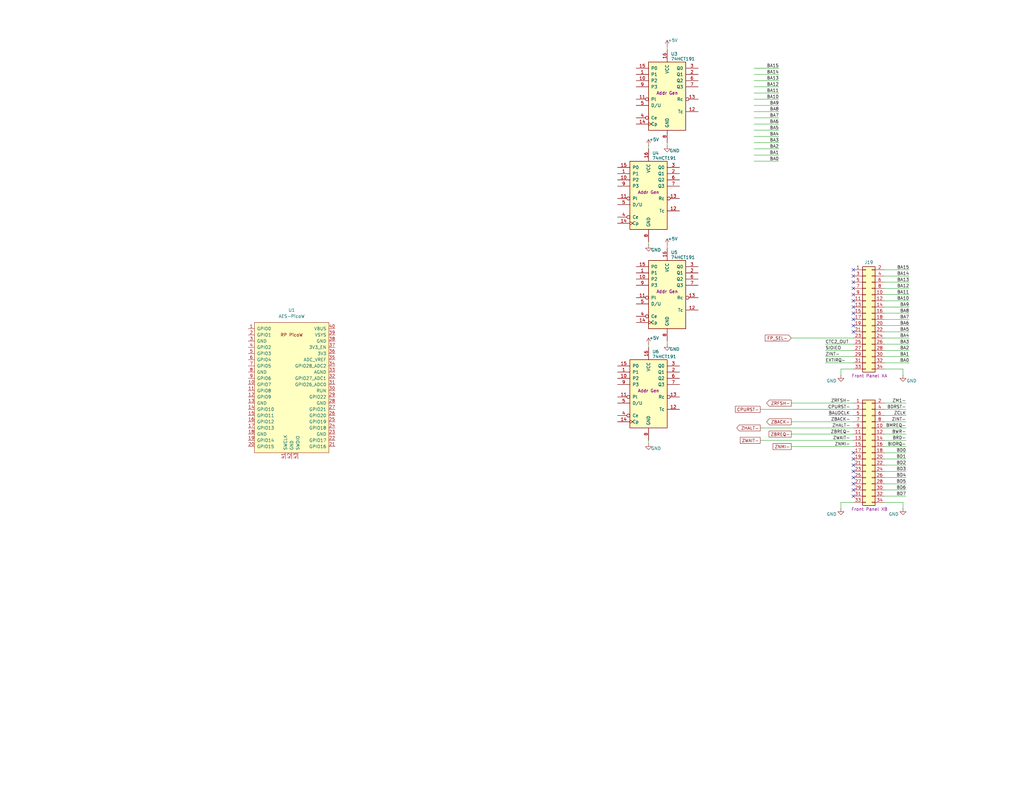
<source format=kicad_sch>
(kicad_sch
	(version 20250114)
	(generator "eeschema")
	(generator_version "9.0")
	(uuid "a0429516-20bf-4a5f-be38-26938a200c96")
	(paper "User" 419.1 323.85)
	(title_block
		(date "2025-09-21")
		(rev "1.0")
		(company "SilkyDESIGN AESilky")
		(comment 1 "Copyright 2025 AESilky")
	)
	(lib_symbols
		(symbol "74xx:74LS191"
			(pin_names
				(offset 1.016)
			)
			(exclude_from_sim no)
			(in_bom yes)
			(on_board yes)
			(property "Reference" "U"
				(at -7.62 13.97 0)
				(effects
					(font
						(size 1.27 1.27)
					)
				)
			)
			(property "Value" "74LS191"
				(at -7.62 -16.51 0)
				(effects
					(font
						(size 1.27 1.27)
					)
				)
			)
			(property "Footprint" ""
				(at 0 0 0)
				(effects
					(font
						(size 1.27 1.27)
					)
					(hide yes)
				)
			)
			(property "Datasheet" "http://www.ti.com/lit/gpn/sn74LS191"
				(at 0 0 0)
				(effects
					(font
						(size 1.27 1.27)
					)
					(hide yes)
				)
			)
			(property "Description" "4-bit Synchronous Up/Down binary Counter"
				(at 0 0 0)
				(effects
					(font
						(size 1.27 1.27)
					)
					(hide yes)
				)
			)
			(property "ki_locked" ""
				(at 0 0 0)
				(effects
					(font
						(size 1.27 1.27)
					)
				)
			)
			(property "ki_keywords" "TTL CNT CNT4"
				(at 0 0 0)
				(effects
					(font
						(size 1.27 1.27)
					)
					(hide yes)
				)
			)
			(property "ki_fp_filters" "DIP?16*"
				(at 0 0 0)
				(effects
					(font
						(size 1.27 1.27)
					)
					(hide yes)
				)
			)
			(symbol "74LS191_1_0"
				(pin input line
					(at -12.7 10.16 0)
					(length 5.08)
					(name "P0"
						(effects
							(font
								(size 1.27 1.27)
							)
						)
					)
					(number "15"
						(effects
							(font
								(size 1.27 1.27)
							)
						)
					)
				)
				(pin input line
					(at -12.7 7.62 0)
					(length 5.08)
					(name "P1"
						(effects
							(font
								(size 1.27 1.27)
							)
						)
					)
					(number "1"
						(effects
							(font
								(size 1.27 1.27)
							)
						)
					)
				)
				(pin input line
					(at -12.7 5.08 0)
					(length 5.08)
					(name "P2"
						(effects
							(font
								(size 1.27 1.27)
							)
						)
					)
					(number "10"
						(effects
							(font
								(size 1.27 1.27)
							)
						)
					)
				)
				(pin input line
					(at -12.7 2.54 0)
					(length 5.08)
					(name "P3"
						(effects
							(font
								(size 1.27 1.27)
							)
						)
					)
					(number "9"
						(effects
							(font
								(size 1.27 1.27)
							)
						)
					)
				)
				(pin input inverted
					(at -12.7 -2.54 0)
					(length 5.08)
					(name "Pl"
						(effects
							(font
								(size 1.27 1.27)
							)
						)
					)
					(number "11"
						(effects
							(font
								(size 1.27 1.27)
							)
						)
					)
				)
				(pin input line
					(at -12.7 -5.08 0)
					(length 5.08)
					(name "D/U"
						(effects
							(font
								(size 1.27 1.27)
							)
						)
					)
					(number "5"
						(effects
							(font
								(size 1.27 1.27)
							)
						)
					)
				)
				(pin input inverted
					(at -12.7 -10.16 0)
					(length 5.08)
					(name "Ce"
						(effects
							(font
								(size 1.27 1.27)
							)
						)
					)
					(number "4"
						(effects
							(font
								(size 1.27 1.27)
							)
						)
					)
				)
				(pin input clock
					(at -12.7 -12.7 0)
					(length 5.08)
					(name "Cp"
						(effects
							(font
								(size 1.27 1.27)
							)
						)
					)
					(number "14"
						(effects
							(font
								(size 1.27 1.27)
							)
						)
					)
				)
				(pin power_in line
					(at 0 17.78 270)
					(length 5.08)
					(name "VCC"
						(effects
							(font
								(size 1.27 1.27)
							)
						)
					)
					(number "16"
						(effects
							(font
								(size 1.27 1.27)
							)
						)
					)
				)
				(pin power_in line
					(at 0 -20.32 90)
					(length 5.08)
					(name "GND"
						(effects
							(font
								(size 1.27 1.27)
							)
						)
					)
					(number "8"
						(effects
							(font
								(size 1.27 1.27)
							)
						)
					)
				)
				(pin output line
					(at 12.7 10.16 180)
					(length 5.08)
					(name "Q0"
						(effects
							(font
								(size 1.27 1.27)
							)
						)
					)
					(number "3"
						(effects
							(font
								(size 1.27 1.27)
							)
						)
					)
				)
				(pin output line
					(at 12.7 7.62 180)
					(length 5.08)
					(name "Q1"
						(effects
							(font
								(size 1.27 1.27)
							)
						)
					)
					(number "2"
						(effects
							(font
								(size 1.27 1.27)
							)
						)
					)
				)
				(pin output line
					(at 12.7 5.08 180)
					(length 5.08)
					(name "Q2"
						(effects
							(font
								(size 1.27 1.27)
							)
						)
					)
					(number "6"
						(effects
							(font
								(size 1.27 1.27)
							)
						)
					)
				)
				(pin output line
					(at 12.7 2.54 180)
					(length 5.08)
					(name "Q3"
						(effects
							(font
								(size 1.27 1.27)
							)
						)
					)
					(number "7"
						(effects
							(font
								(size 1.27 1.27)
							)
						)
					)
				)
				(pin output inverted
					(at 12.7 -2.54 180)
					(length 5.08)
					(name "Rc"
						(effects
							(font
								(size 1.27 1.27)
							)
						)
					)
					(number "13"
						(effects
							(font
								(size 1.27 1.27)
							)
						)
					)
				)
				(pin output line
					(at 12.7 -7.62 180)
					(length 5.08)
					(name "Tc"
						(effects
							(font
								(size 1.27 1.27)
							)
						)
					)
					(number "12"
						(effects
							(font
								(size 1.27 1.27)
							)
						)
					)
				)
			)
			(symbol "74LS191_1_1"
				(rectangle
					(start -7.62 12.7)
					(end 7.62 -15.24)
					(stroke
						(width 0.254)
						(type default)
					)
					(fill
						(type background)
					)
				)
			)
			(embedded_fonts no)
		)
		(symbol "AES_Library:AES-PicoW"
			(pin_names
				(offset 1.016)
			)
			(exclude_from_sim no)
			(in_bom yes)
			(on_board yes)
			(property "Reference" "U"
				(at -13.97 27.94 0)
				(effects
					(font
						(size 1.27 1.27)
					)
				)
			)
			(property "Value" "AES-PicoW"
				(at 0 19.05 0)
				(effects
					(font
						(size 1.27 1.27)
					)
				)
			)
			(property "Footprint" "RPi_PicoW:RPi_Pico_SMD_TH"
				(at 0 0 90)
				(effects
					(font
						(size 1.27 1.27)
					)
					(hide yes)
				)
			)
			(property "Datasheet" ""
				(at 0 0 0)
				(effects
					(font
						(size 1.27 1.27)
					)
					(hide yes)
				)
			)
			(property "Description" ""
				(at 0 0 0)
				(effects
					(font
						(size 1.27 1.27)
					)
					(hide yes)
				)
			)
			(symbol "AES-PicoW_0_1"
				(rectangle
					(start -15.24 26.67)
					(end 15.24 -26.67)
					(stroke
						(width 0)
						(type default)
					)
					(fill
						(type background)
					)
				)
			)
			(symbol "AES-PicoW_1_0"
				(text "RP PicoW"
					(at 0 21.59 0)
					(effects
						(font
							(size 1.27 1.27)
						)
					)
				)
			)
			(symbol "AES-PicoW_1_1"
				(pin bidirectional line
					(at -17.78 24.13 0)
					(length 2.54)
					(name "GPIO0"
						(effects
							(font
								(size 1.27 1.27)
							)
						)
					)
					(number "1"
						(effects
							(font
								(size 1.27 1.27)
							)
						)
					)
				)
				(pin bidirectional line
					(at -17.78 21.59 0)
					(length 2.54)
					(name "GPIO1"
						(effects
							(font
								(size 1.27 1.27)
							)
						)
					)
					(number "2"
						(effects
							(font
								(size 1.27 1.27)
							)
						)
					)
				)
				(pin power_in line
					(at -17.78 19.05 0)
					(length 2.54)
					(name "GND"
						(effects
							(font
								(size 1.27 1.27)
							)
						)
					)
					(number "3"
						(effects
							(font
								(size 1.27 1.27)
							)
						)
					)
				)
				(pin bidirectional line
					(at -17.78 16.51 0)
					(length 2.54)
					(name "GPIO2"
						(effects
							(font
								(size 1.27 1.27)
							)
						)
					)
					(number "4"
						(effects
							(font
								(size 1.27 1.27)
							)
						)
					)
				)
				(pin bidirectional line
					(at -17.78 13.97 0)
					(length 2.54)
					(name "GPIO3"
						(effects
							(font
								(size 1.27 1.27)
							)
						)
					)
					(number "5"
						(effects
							(font
								(size 1.27 1.27)
							)
						)
					)
				)
				(pin bidirectional line
					(at -17.78 11.43 0)
					(length 2.54)
					(name "GPIO4"
						(effects
							(font
								(size 1.27 1.27)
							)
						)
					)
					(number "6"
						(effects
							(font
								(size 1.27 1.27)
							)
						)
					)
				)
				(pin bidirectional line
					(at -17.78 8.89 0)
					(length 2.54)
					(name "GPIO5"
						(effects
							(font
								(size 1.27 1.27)
							)
						)
					)
					(number "7"
						(effects
							(font
								(size 1.27 1.27)
							)
						)
					)
				)
				(pin power_in line
					(at -17.78 6.35 0)
					(length 2.54)
					(name "GND"
						(effects
							(font
								(size 1.27 1.27)
							)
						)
					)
					(number "8"
						(effects
							(font
								(size 1.27 1.27)
							)
						)
					)
				)
				(pin bidirectional line
					(at -17.78 3.81 0)
					(length 2.54)
					(name "GPIO6"
						(effects
							(font
								(size 1.27 1.27)
							)
						)
					)
					(number "9"
						(effects
							(font
								(size 1.27 1.27)
							)
						)
					)
				)
				(pin bidirectional line
					(at -17.78 1.27 0)
					(length 2.54)
					(name "GPIO7"
						(effects
							(font
								(size 1.27 1.27)
							)
						)
					)
					(number "10"
						(effects
							(font
								(size 1.27 1.27)
							)
						)
					)
				)
				(pin bidirectional line
					(at -17.78 -1.27 0)
					(length 2.54)
					(name "GPIO8"
						(effects
							(font
								(size 1.27 1.27)
							)
						)
					)
					(number "11"
						(effects
							(font
								(size 1.27 1.27)
							)
						)
					)
				)
				(pin bidirectional line
					(at -17.78 -3.81 0)
					(length 2.54)
					(name "GPIO9"
						(effects
							(font
								(size 1.27 1.27)
							)
						)
					)
					(number "12"
						(effects
							(font
								(size 1.27 1.27)
							)
						)
					)
				)
				(pin power_in line
					(at -17.78 -6.35 0)
					(length 2.54)
					(name "GND"
						(effects
							(font
								(size 1.27 1.27)
							)
						)
					)
					(number "13"
						(effects
							(font
								(size 1.27 1.27)
							)
						)
					)
				)
				(pin bidirectional line
					(at -17.78 -8.89 0)
					(length 2.54)
					(name "GPIO10"
						(effects
							(font
								(size 1.27 1.27)
							)
						)
					)
					(number "14"
						(effects
							(font
								(size 1.27 1.27)
							)
						)
					)
				)
				(pin bidirectional line
					(at -17.78 -11.43 0)
					(length 2.54)
					(name "GPIO11"
						(effects
							(font
								(size 1.27 1.27)
							)
						)
					)
					(number "15"
						(effects
							(font
								(size 1.27 1.27)
							)
						)
					)
				)
				(pin bidirectional line
					(at -17.78 -13.97 0)
					(length 2.54)
					(name "GPIO12"
						(effects
							(font
								(size 1.27 1.27)
							)
						)
					)
					(number "16"
						(effects
							(font
								(size 1.27 1.27)
							)
						)
					)
				)
				(pin bidirectional line
					(at -17.78 -16.51 0)
					(length 2.54)
					(name "GPIO13"
						(effects
							(font
								(size 1.27 1.27)
							)
						)
					)
					(number "17"
						(effects
							(font
								(size 1.27 1.27)
							)
						)
					)
				)
				(pin power_in line
					(at -17.78 -19.05 0)
					(length 2.54)
					(name "GND"
						(effects
							(font
								(size 1.27 1.27)
							)
						)
					)
					(number "18"
						(effects
							(font
								(size 1.27 1.27)
							)
						)
					)
				)
				(pin bidirectional line
					(at -17.78 -21.59 0)
					(length 2.54)
					(name "GPIO14"
						(effects
							(font
								(size 1.27 1.27)
							)
						)
					)
					(number "19"
						(effects
							(font
								(size 1.27 1.27)
							)
						)
					)
				)
				(pin bidirectional line
					(at -17.78 -24.13 0)
					(length 2.54)
					(name "GPIO15"
						(effects
							(font
								(size 1.27 1.27)
							)
						)
					)
					(number "20"
						(effects
							(font
								(size 1.27 1.27)
							)
						)
					)
				)
				(pin input line
					(at -2.54 -29.21 90)
					(length 2.54)
					(name "SWCLK"
						(effects
							(font
								(size 1.27 1.27)
							)
						)
					)
					(number "41"
						(effects
							(font
								(size 1.27 1.27)
							)
						)
					)
				)
				(pin power_in line
					(at 0 -29.21 90)
					(length 2.54)
					(name "GND"
						(effects
							(font
								(size 1.27 1.27)
							)
						)
					)
					(number "42"
						(effects
							(font
								(size 1.27 1.27)
							)
						)
					)
				)
				(pin bidirectional line
					(at 2.54 -29.21 90)
					(length 2.54)
					(name "SWDIO"
						(effects
							(font
								(size 1.27 1.27)
							)
						)
					)
					(number "43"
						(effects
							(font
								(size 1.27 1.27)
							)
						)
					)
				)
				(pin power_out line
					(at 17.78 24.13 180)
					(length 2.54)
					(name "VBUS"
						(effects
							(font
								(size 1.27 1.27)
							)
						)
					)
					(number "40"
						(effects
							(font
								(size 1.27 1.27)
							)
						)
					)
				)
				(pin power_in line
					(at 17.78 21.59 180)
					(length 2.54)
					(name "VSYS"
						(effects
							(font
								(size 1.27 1.27)
							)
						)
					)
					(number "39"
						(effects
							(font
								(size 1.27 1.27)
							)
						)
					)
				)
				(pin power_in line
					(at 17.78 19.05 180)
					(length 2.54)
					(name "GND"
						(effects
							(font
								(size 1.27 1.27)
							)
						)
					)
					(number "38"
						(effects
							(font
								(size 1.27 1.27)
							)
						)
					)
				)
				(pin input line
					(at 17.78 16.51 180)
					(length 2.54)
					(name "3V3_EN"
						(effects
							(font
								(size 1.27 1.27)
							)
						)
					)
					(number "37"
						(effects
							(font
								(size 1.27 1.27)
							)
						)
					)
				)
				(pin power_out line
					(at 17.78 13.97 180)
					(length 2.54)
					(name "3V3"
						(effects
							(font
								(size 1.27 1.27)
							)
						)
					)
					(number "36"
						(effects
							(font
								(size 1.27 1.27)
							)
						)
					)
				)
				(pin power_in line
					(at 17.78 11.43 180)
					(length 2.54)
					(name "ADC_VREF"
						(effects
							(font
								(size 1.27 1.27)
							)
						)
					)
					(number "35"
						(effects
							(font
								(size 1.27 1.27)
							)
						)
					)
				)
				(pin bidirectional line
					(at 17.78 8.89 180)
					(length 2.54)
					(name "GPIO28_ADC2"
						(effects
							(font
								(size 1.27 1.27)
							)
						)
					)
					(number "34"
						(effects
							(font
								(size 1.27 1.27)
							)
						)
					)
				)
				(pin power_in line
					(at 17.78 6.35 180)
					(length 2.54)
					(name "AGND"
						(effects
							(font
								(size 1.27 1.27)
							)
						)
					)
					(number "33"
						(effects
							(font
								(size 1.27 1.27)
							)
						)
					)
				)
				(pin bidirectional line
					(at 17.78 3.81 180)
					(length 2.54)
					(name "GPIO27_ADC1"
						(effects
							(font
								(size 1.27 1.27)
							)
						)
					)
					(number "32"
						(effects
							(font
								(size 1.27 1.27)
							)
						)
					)
				)
				(pin bidirectional line
					(at 17.78 1.27 180)
					(length 2.54)
					(name "GPIO26_ADC0"
						(effects
							(font
								(size 1.27 1.27)
							)
						)
					)
					(number "31"
						(effects
							(font
								(size 1.27 1.27)
							)
						)
					)
				)
				(pin input line
					(at 17.78 -1.27 180)
					(length 2.54)
					(name "RUN"
						(effects
							(font
								(size 1.27 1.27)
							)
						)
					)
					(number "30"
						(effects
							(font
								(size 1.27 1.27)
							)
						)
					)
				)
				(pin bidirectional line
					(at 17.78 -3.81 180)
					(length 2.54)
					(name "GPIO22"
						(effects
							(font
								(size 1.27 1.27)
							)
						)
					)
					(number "29"
						(effects
							(font
								(size 1.27 1.27)
							)
						)
					)
				)
				(pin power_in line
					(at 17.78 -6.35 180)
					(length 2.54)
					(name "GND"
						(effects
							(font
								(size 1.27 1.27)
							)
						)
					)
					(number "28"
						(effects
							(font
								(size 1.27 1.27)
							)
						)
					)
				)
				(pin bidirectional line
					(at 17.78 -8.89 180)
					(length 2.54)
					(name "GPIO21"
						(effects
							(font
								(size 1.27 1.27)
							)
						)
					)
					(number "27"
						(effects
							(font
								(size 1.27 1.27)
							)
						)
					)
				)
				(pin bidirectional line
					(at 17.78 -11.43 180)
					(length 2.54)
					(name "GPIO20"
						(effects
							(font
								(size 1.27 1.27)
							)
						)
					)
					(number "26"
						(effects
							(font
								(size 1.27 1.27)
							)
						)
					)
				)
				(pin bidirectional line
					(at 17.78 -13.97 180)
					(length 2.54)
					(name "GPIO19"
						(effects
							(font
								(size 1.27 1.27)
							)
						)
					)
					(number "25"
						(effects
							(font
								(size 1.27 1.27)
							)
						)
					)
				)
				(pin bidirectional line
					(at 17.78 -16.51 180)
					(length 2.54)
					(name "GPIO18"
						(effects
							(font
								(size 1.27 1.27)
							)
						)
					)
					(number "24"
						(effects
							(font
								(size 1.27 1.27)
							)
						)
					)
				)
				(pin power_in line
					(at 17.78 -19.05 180)
					(length 2.54)
					(name "GND"
						(effects
							(font
								(size 1.27 1.27)
							)
						)
					)
					(number "23"
						(effects
							(font
								(size 1.27 1.27)
							)
						)
					)
				)
				(pin bidirectional line
					(at 17.78 -21.59 180)
					(length 2.54)
					(name "GPIO17"
						(effects
							(font
								(size 1.27 1.27)
							)
						)
					)
					(number "22"
						(effects
							(font
								(size 1.27 1.27)
							)
						)
					)
				)
				(pin bidirectional line
					(at 17.78 -24.13 180)
					(length 2.54)
					(name "GPIO16"
						(effects
							(font
								(size 1.27 1.27)
							)
						)
					)
					(number "21"
						(effects
							(font
								(size 1.27 1.27)
							)
						)
					)
				)
			)
			(embedded_fonts no)
		)
		(symbol "Connector_Generic:Conn_02x17_Odd_Even"
			(pin_names
				(offset 1.016)
				(hide yes)
			)
			(exclude_from_sim no)
			(in_bom yes)
			(on_board yes)
			(property "Reference" "J"
				(at 1.27 22.86 0)
				(effects
					(font
						(size 1.27 1.27)
					)
				)
			)
			(property "Value" "Conn_02x17_Odd_Even"
				(at 1.27 -22.86 0)
				(effects
					(font
						(size 1.27 1.27)
					)
				)
			)
			(property "Footprint" ""
				(at 0 0 0)
				(effects
					(font
						(size 1.27 1.27)
					)
					(hide yes)
				)
			)
			(property "Datasheet" "~"
				(at 0 0 0)
				(effects
					(font
						(size 1.27 1.27)
					)
					(hide yes)
				)
			)
			(property "Description" "Generic connector, double row, 02x17, odd/even pin numbering scheme (row 1 odd numbers, row 2 even numbers), script generated (kicad-library-utils/schlib/autogen/connector/)"
				(at 0 0 0)
				(effects
					(font
						(size 1.27 1.27)
					)
					(hide yes)
				)
			)
			(property "ki_keywords" "connector"
				(at 0 0 0)
				(effects
					(font
						(size 1.27 1.27)
					)
					(hide yes)
				)
			)
			(property "ki_fp_filters" "Connector*:*_2x??_*"
				(at 0 0 0)
				(effects
					(font
						(size 1.27 1.27)
					)
					(hide yes)
				)
			)
			(symbol "Conn_02x17_Odd_Even_1_1"
				(rectangle
					(start -1.27 21.59)
					(end 3.81 -21.59)
					(stroke
						(width 0.254)
						(type default)
					)
					(fill
						(type background)
					)
				)
				(rectangle
					(start -1.27 20.447)
					(end 0 20.193)
					(stroke
						(width 0.1524)
						(type default)
					)
					(fill
						(type none)
					)
				)
				(rectangle
					(start -1.27 17.907)
					(end 0 17.653)
					(stroke
						(width 0.1524)
						(type default)
					)
					(fill
						(type none)
					)
				)
				(rectangle
					(start -1.27 15.367)
					(end 0 15.113)
					(stroke
						(width 0.1524)
						(type default)
					)
					(fill
						(type none)
					)
				)
				(rectangle
					(start -1.27 12.827)
					(end 0 12.573)
					(stroke
						(width 0.1524)
						(type default)
					)
					(fill
						(type none)
					)
				)
				(rectangle
					(start -1.27 10.287)
					(end 0 10.033)
					(stroke
						(width 0.1524)
						(type default)
					)
					(fill
						(type none)
					)
				)
				(rectangle
					(start -1.27 7.747)
					(end 0 7.493)
					(stroke
						(width 0.1524)
						(type default)
					)
					(fill
						(type none)
					)
				)
				(rectangle
					(start -1.27 5.207)
					(end 0 4.953)
					(stroke
						(width 0.1524)
						(type default)
					)
					(fill
						(type none)
					)
				)
				(rectangle
					(start -1.27 2.667)
					(end 0 2.413)
					(stroke
						(width 0.1524)
						(type default)
					)
					(fill
						(type none)
					)
				)
				(rectangle
					(start -1.27 0.127)
					(end 0 -0.127)
					(stroke
						(width 0.1524)
						(type default)
					)
					(fill
						(type none)
					)
				)
				(rectangle
					(start -1.27 -2.413)
					(end 0 -2.667)
					(stroke
						(width 0.1524)
						(type default)
					)
					(fill
						(type none)
					)
				)
				(rectangle
					(start -1.27 -4.953)
					(end 0 -5.207)
					(stroke
						(width 0.1524)
						(type default)
					)
					(fill
						(type none)
					)
				)
				(rectangle
					(start -1.27 -7.493)
					(end 0 -7.747)
					(stroke
						(width 0.1524)
						(type default)
					)
					(fill
						(type none)
					)
				)
				(rectangle
					(start -1.27 -10.033)
					(end 0 -10.287)
					(stroke
						(width 0.1524)
						(type default)
					)
					(fill
						(type none)
					)
				)
				(rectangle
					(start -1.27 -12.573)
					(end 0 -12.827)
					(stroke
						(width 0.1524)
						(type default)
					)
					(fill
						(type none)
					)
				)
				(rectangle
					(start -1.27 -15.113)
					(end 0 -15.367)
					(stroke
						(width 0.1524)
						(type default)
					)
					(fill
						(type none)
					)
				)
				(rectangle
					(start -1.27 -17.653)
					(end 0 -17.907)
					(stroke
						(width 0.1524)
						(type default)
					)
					(fill
						(type none)
					)
				)
				(rectangle
					(start -1.27 -20.193)
					(end 0 -20.447)
					(stroke
						(width 0.1524)
						(type default)
					)
					(fill
						(type none)
					)
				)
				(rectangle
					(start 3.81 20.447)
					(end 2.54 20.193)
					(stroke
						(width 0.1524)
						(type default)
					)
					(fill
						(type none)
					)
				)
				(rectangle
					(start 3.81 17.907)
					(end 2.54 17.653)
					(stroke
						(width 0.1524)
						(type default)
					)
					(fill
						(type none)
					)
				)
				(rectangle
					(start 3.81 15.367)
					(end 2.54 15.113)
					(stroke
						(width 0.1524)
						(type default)
					)
					(fill
						(type none)
					)
				)
				(rectangle
					(start 3.81 12.827)
					(end 2.54 12.573)
					(stroke
						(width 0.1524)
						(type default)
					)
					(fill
						(type none)
					)
				)
				(rectangle
					(start 3.81 10.287)
					(end 2.54 10.033)
					(stroke
						(width 0.1524)
						(type default)
					)
					(fill
						(type none)
					)
				)
				(rectangle
					(start 3.81 7.747)
					(end 2.54 7.493)
					(stroke
						(width 0.1524)
						(type default)
					)
					(fill
						(type none)
					)
				)
				(rectangle
					(start 3.81 5.207)
					(end 2.54 4.953)
					(stroke
						(width 0.1524)
						(type default)
					)
					(fill
						(type none)
					)
				)
				(rectangle
					(start 3.81 2.667)
					(end 2.54 2.413)
					(stroke
						(width 0.1524)
						(type default)
					)
					(fill
						(type none)
					)
				)
				(rectangle
					(start 3.81 0.127)
					(end 2.54 -0.127)
					(stroke
						(width 0.1524)
						(type default)
					)
					(fill
						(type none)
					)
				)
				(rectangle
					(start 3.81 -2.413)
					(end 2.54 -2.667)
					(stroke
						(width 0.1524)
						(type default)
					)
					(fill
						(type none)
					)
				)
				(rectangle
					(start 3.81 -4.953)
					(end 2.54 -5.207)
					(stroke
						(width 0.1524)
						(type default)
					)
					(fill
						(type none)
					)
				)
				(rectangle
					(start 3.81 -7.493)
					(end 2.54 -7.747)
					(stroke
						(width 0.1524)
						(type default)
					)
					(fill
						(type none)
					)
				)
				(rectangle
					(start 3.81 -10.033)
					(end 2.54 -10.287)
					(stroke
						(width 0.1524)
						(type default)
					)
					(fill
						(type none)
					)
				)
				(rectangle
					(start 3.81 -12.573)
					(end 2.54 -12.827)
					(stroke
						(width 0.1524)
						(type default)
					)
					(fill
						(type none)
					)
				)
				(rectangle
					(start 3.81 -15.113)
					(end 2.54 -15.367)
					(stroke
						(width 0.1524)
						(type default)
					)
					(fill
						(type none)
					)
				)
				(rectangle
					(start 3.81 -17.653)
					(end 2.54 -17.907)
					(stroke
						(width 0.1524)
						(type default)
					)
					(fill
						(type none)
					)
				)
				(rectangle
					(start 3.81 -20.193)
					(end 2.54 -20.447)
					(stroke
						(width 0.1524)
						(type default)
					)
					(fill
						(type none)
					)
				)
				(pin passive line
					(at -5.08 20.32 0)
					(length 3.81)
					(name "Pin_1"
						(effects
							(font
								(size 1.27 1.27)
							)
						)
					)
					(number "1"
						(effects
							(font
								(size 1.27 1.27)
							)
						)
					)
				)
				(pin passive line
					(at -5.08 17.78 0)
					(length 3.81)
					(name "Pin_3"
						(effects
							(font
								(size 1.27 1.27)
							)
						)
					)
					(number "3"
						(effects
							(font
								(size 1.27 1.27)
							)
						)
					)
				)
				(pin passive line
					(at -5.08 15.24 0)
					(length 3.81)
					(name "Pin_5"
						(effects
							(font
								(size 1.27 1.27)
							)
						)
					)
					(number "5"
						(effects
							(font
								(size 1.27 1.27)
							)
						)
					)
				)
				(pin passive line
					(at -5.08 12.7 0)
					(length 3.81)
					(name "Pin_7"
						(effects
							(font
								(size 1.27 1.27)
							)
						)
					)
					(number "7"
						(effects
							(font
								(size 1.27 1.27)
							)
						)
					)
				)
				(pin passive line
					(at -5.08 10.16 0)
					(length 3.81)
					(name "Pin_9"
						(effects
							(font
								(size 1.27 1.27)
							)
						)
					)
					(number "9"
						(effects
							(font
								(size 1.27 1.27)
							)
						)
					)
				)
				(pin passive line
					(at -5.08 7.62 0)
					(length 3.81)
					(name "Pin_11"
						(effects
							(font
								(size 1.27 1.27)
							)
						)
					)
					(number "11"
						(effects
							(font
								(size 1.27 1.27)
							)
						)
					)
				)
				(pin passive line
					(at -5.08 5.08 0)
					(length 3.81)
					(name "Pin_13"
						(effects
							(font
								(size 1.27 1.27)
							)
						)
					)
					(number "13"
						(effects
							(font
								(size 1.27 1.27)
							)
						)
					)
				)
				(pin passive line
					(at -5.08 2.54 0)
					(length 3.81)
					(name "Pin_15"
						(effects
							(font
								(size 1.27 1.27)
							)
						)
					)
					(number "15"
						(effects
							(font
								(size 1.27 1.27)
							)
						)
					)
				)
				(pin passive line
					(at -5.08 0 0)
					(length 3.81)
					(name "Pin_17"
						(effects
							(font
								(size 1.27 1.27)
							)
						)
					)
					(number "17"
						(effects
							(font
								(size 1.27 1.27)
							)
						)
					)
				)
				(pin passive line
					(at -5.08 -2.54 0)
					(length 3.81)
					(name "Pin_19"
						(effects
							(font
								(size 1.27 1.27)
							)
						)
					)
					(number "19"
						(effects
							(font
								(size 1.27 1.27)
							)
						)
					)
				)
				(pin passive line
					(at -5.08 -5.08 0)
					(length 3.81)
					(name "Pin_21"
						(effects
							(font
								(size 1.27 1.27)
							)
						)
					)
					(number "21"
						(effects
							(font
								(size 1.27 1.27)
							)
						)
					)
				)
				(pin passive line
					(at -5.08 -7.62 0)
					(length 3.81)
					(name "Pin_23"
						(effects
							(font
								(size 1.27 1.27)
							)
						)
					)
					(number "23"
						(effects
							(font
								(size 1.27 1.27)
							)
						)
					)
				)
				(pin passive line
					(at -5.08 -10.16 0)
					(length 3.81)
					(name "Pin_25"
						(effects
							(font
								(size 1.27 1.27)
							)
						)
					)
					(number "25"
						(effects
							(font
								(size 1.27 1.27)
							)
						)
					)
				)
				(pin passive line
					(at -5.08 -12.7 0)
					(length 3.81)
					(name "Pin_27"
						(effects
							(font
								(size 1.27 1.27)
							)
						)
					)
					(number "27"
						(effects
							(font
								(size 1.27 1.27)
							)
						)
					)
				)
				(pin passive line
					(at -5.08 -15.24 0)
					(length 3.81)
					(name "Pin_29"
						(effects
							(font
								(size 1.27 1.27)
							)
						)
					)
					(number "29"
						(effects
							(font
								(size 1.27 1.27)
							)
						)
					)
				)
				(pin passive line
					(at -5.08 -17.78 0)
					(length 3.81)
					(name "Pin_31"
						(effects
							(font
								(size 1.27 1.27)
							)
						)
					)
					(number "31"
						(effects
							(font
								(size 1.27 1.27)
							)
						)
					)
				)
				(pin passive line
					(at -5.08 -20.32 0)
					(length 3.81)
					(name "Pin_33"
						(effects
							(font
								(size 1.27 1.27)
							)
						)
					)
					(number "33"
						(effects
							(font
								(size 1.27 1.27)
							)
						)
					)
				)
				(pin passive line
					(at 7.62 20.32 180)
					(length 3.81)
					(name "Pin_2"
						(effects
							(font
								(size 1.27 1.27)
							)
						)
					)
					(number "2"
						(effects
							(font
								(size 1.27 1.27)
							)
						)
					)
				)
				(pin passive line
					(at 7.62 17.78 180)
					(length 3.81)
					(name "Pin_4"
						(effects
							(font
								(size 1.27 1.27)
							)
						)
					)
					(number "4"
						(effects
							(font
								(size 1.27 1.27)
							)
						)
					)
				)
				(pin passive line
					(at 7.62 15.24 180)
					(length 3.81)
					(name "Pin_6"
						(effects
							(font
								(size 1.27 1.27)
							)
						)
					)
					(number "6"
						(effects
							(font
								(size 1.27 1.27)
							)
						)
					)
				)
				(pin passive line
					(at 7.62 12.7 180)
					(length 3.81)
					(name "Pin_8"
						(effects
							(font
								(size 1.27 1.27)
							)
						)
					)
					(number "8"
						(effects
							(font
								(size 1.27 1.27)
							)
						)
					)
				)
				(pin passive line
					(at 7.62 10.16 180)
					(length 3.81)
					(name "Pin_10"
						(effects
							(font
								(size 1.27 1.27)
							)
						)
					)
					(number "10"
						(effects
							(font
								(size 1.27 1.27)
							)
						)
					)
				)
				(pin passive line
					(at 7.62 7.62 180)
					(length 3.81)
					(name "Pin_12"
						(effects
							(font
								(size 1.27 1.27)
							)
						)
					)
					(number "12"
						(effects
							(font
								(size 1.27 1.27)
							)
						)
					)
				)
				(pin passive line
					(at 7.62 5.08 180)
					(length 3.81)
					(name "Pin_14"
						(effects
							(font
								(size 1.27 1.27)
							)
						)
					)
					(number "14"
						(effects
							(font
								(size 1.27 1.27)
							)
						)
					)
				)
				(pin passive line
					(at 7.62 2.54 180)
					(length 3.81)
					(name "Pin_16"
						(effects
							(font
								(size 1.27 1.27)
							)
						)
					)
					(number "16"
						(effects
							(font
								(size 1.27 1.27)
							)
						)
					)
				)
				(pin passive line
					(at 7.62 0 180)
					(length 3.81)
					(name "Pin_18"
						(effects
							(font
								(size 1.27 1.27)
							)
						)
					)
					(number "18"
						(effects
							(font
								(size 1.27 1.27)
							)
						)
					)
				)
				(pin passive line
					(at 7.62 -2.54 180)
					(length 3.81)
					(name "Pin_20"
						(effects
							(font
								(size 1.27 1.27)
							)
						)
					)
					(number "20"
						(effects
							(font
								(size 1.27 1.27)
							)
						)
					)
				)
				(pin passive line
					(at 7.62 -5.08 180)
					(length 3.81)
					(name "Pin_22"
						(effects
							(font
								(size 1.27 1.27)
							)
						)
					)
					(number "22"
						(effects
							(font
								(size 1.27 1.27)
							)
						)
					)
				)
				(pin passive line
					(at 7.62 -7.62 180)
					(length 3.81)
					(name "Pin_24"
						(effects
							(font
								(size 1.27 1.27)
							)
						)
					)
					(number "24"
						(effects
							(font
								(size 1.27 1.27)
							)
						)
					)
				)
				(pin passive line
					(at 7.62 -10.16 180)
					(length 3.81)
					(name "Pin_26"
						(effects
							(font
								(size 1.27 1.27)
							)
						)
					)
					(number "26"
						(effects
							(font
								(size 1.27 1.27)
							)
						)
					)
				)
				(pin passive line
					(at 7.62 -12.7 180)
					(length 3.81)
					(name "Pin_28"
						(effects
							(font
								(size 1.27 1.27)
							)
						)
					)
					(number "28"
						(effects
							(font
								(size 1.27 1.27)
							)
						)
					)
				)
				(pin passive line
					(at 7.62 -15.24 180)
					(length 3.81)
					(name "Pin_30"
						(effects
							(font
								(size 1.27 1.27)
							)
						)
					)
					(number "30"
						(effects
							(font
								(size 1.27 1.27)
							)
						)
					)
				)
				(pin passive line
					(at 7.62 -17.78 180)
					(length 3.81)
					(name "Pin_32"
						(effects
							(font
								(size 1.27 1.27)
							)
						)
					)
					(number "32"
						(effects
							(font
								(size 1.27 1.27)
							)
						)
					)
				)
				(pin passive line
					(at 7.62 -20.32 180)
					(length 3.81)
					(name "Pin_34"
						(effects
							(font
								(size 1.27 1.27)
							)
						)
					)
					(number "34"
						(effects
							(font
								(size 1.27 1.27)
							)
						)
					)
				)
			)
			(embedded_fonts no)
		)
		(symbol "power:+5V"
			(power)
			(pin_numbers
				(hide yes)
			)
			(pin_names
				(offset 0)
				(hide yes)
			)
			(exclude_from_sim no)
			(in_bom yes)
			(on_board yes)
			(property "Reference" "#PWR"
				(at 0 -3.81 0)
				(effects
					(font
						(size 1.27 1.27)
					)
					(hide yes)
				)
			)
			(property "Value" "+5V"
				(at 0 3.556 0)
				(effects
					(font
						(size 1.27 1.27)
					)
				)
			)
			(property "Footprint" ""
				(at 0 0 0)
				(effects
					(font
						(size 1.27 1.27)
					)
					(hide yes)
				)
			)
			(property "Datasheet" ""
				(at 0 0 0)
				(effects
					(font
						(size 1.27 1.27)
					)
					(hide yes)
				)
			)
			(property "Description" "Power symbol creates a global label with name \"+5V\""
				(at 0 0 0)
				(effects
					(font
						(size 1.27 1.27)
					)
					(hide yes)
				)
			)
			(property "ki_keywords" "global power"
				(at 0 0 0)
				(effects
					(font
						(size 1.27 1.27)
					)
					(hide yes)
				)
			)
			(symbol "+5V_0_1"
				(polyline
					(pts
						(xy -0.762 1.27) (xy 0 2.54)
					)
					(stroke
						(width 0)
						(type default)
					)
					(fill
						(type none)
					)
				)
				(polyline
					(pts
						(xy 0 2.54) (xy 0.762 1.27)
					)
					(stroke
						(width 0)
						(type default)
					)
					(fill
						(type none)
					)
				)
				(polyline
					(pts
						(xy 0 0) (xy 0 2.54)
					)
					(stroke
						(width 0)
						(type default)
					)
					(fill
						(type none)
					)
				)
			)
			(symbol "+5V_1_1"
				(pin power_in line
					(at 0 0 90)
					(length 0)
					(name "~"
						(effects
							(font
								(size 1.27 1.27)
							)
						)
					)
					(number "1"
						(effects
							(font
								(size 1.27 1.27)
							)
						)
					)
				)
			)
			(embedded_fonts no)
		)
		(symbol "power:GND"
			(power)
			(pin_numbers
				(hide yes)
			)
			(pin_names
				(offset 0)
				(hide yes)
			)
			(exclude_from_sim no)
			(in_bom yes)
			(on_board yes)
			(property "Reference" "#PWR"
				(at 0 -6.35 0)
				(effects
					(font
						(size 1.27 1.27)
					)
					(hide yes)
				)
			)
			(property "Value" "GND"
				(at 0 -3.81 0)
				(effects
					(font
						(size 1.27 1.27)
					)
				)
			)
			(property "Footprint" ""
				(at 0 0 0)
				(effects
					(font
						(size 1.27 1.27)
					)
					(hide yes)
				)
			)
			(property "Datasheet" ""
				(at 0 0 0)
				(effects
					(font
						(size 1.27 1.27)
					)
					(hide yes)
				)
			)
			(property "Description" "Power symbol creates a global label with name \"GND\" , ground"
				(at 0 0 0)
				(effects
					(font
						(size 1.27 1.27)
					)
					(hide yes)
				)
			)
			(property "ki_keywords" "global power"
				(at 0 0 0)
				(effects
					(font
						(size 1.27 1.27)
					)
					(hide yes)
				)
			)
			(symbol "GND_0_1"
				(polyline
					(pts
						(xy 0 0) (xy 0 -1.27) (xy 1.27 -1.27) (xy 0 -2.54) (xy -1.27 -1.27) (xy 0 -1.27)
					)
					(stroke
						(width 0)
						(type default)
					)
					(fill
						(type none)
					)
				)
			)
			(symbol "GND_1_1"
				(pin power_in line
					(at 0 0 270)
					(length 0)
					(name "~"
						(effects
							(font
								(size 1.27 1.27)
							)
						)
					)
					(number "1"
						(effects
							(font
								(size 1.27 1.27)
							)
						)
					)
				)
			)
			(embedded_fonts no)
		)
	)
	(no_connect
		(at 349.25 120.65)
		(uuid "17e90f64-64d7-47fa-ac1d-3921a23dc47e")
	)
	(no_connect
		(at 349.25 125.73)
		(uuid "20b9cbb1-b5b9-4def-bb3d-37ef087e2128")
	)
	(no_connect
		(at 349.25 185.42)
		(uuid "2dcafea9-cd10-40f5-99bc-a2dba9b2ea5f")
	)
	(no_connect
		(at 349.25 123.19)
		(uuid "2ff379a2-6983-44dc-8dad-81dc51aab910")
	)
	(no_connect
		(at 349.25 195.58)
		(uuid "3dcb3a88-bebc-4c1b-a596-3346f45cc1e5")
	)
	(no_connect
		(at 349.25 193.04)
		(uuid "53169d50-27fb-4bab-8c06-ef377f53c38b")
	)
	(no_connect
		(at 349.25 203.2)
		(uuid "5be66764-9233-488c-8234-d69c9489fa15")
	)
	(no_connect
		(at 349.25 135.89)
		(uuid "715c7fc2-a3ab-4d38-974b-0eceafcc60da")
	)
	(no_connect
		(at 349.25 113.03)
		(uuid "8ad73c0e-5e90-470e-b102-c49a3cac7c48")
	)
	(no_connect
		(at 349.25 128.27)
		(uuid "a73aa9e4-bcee-4706-8844-523aaf38339d")
	)
	(no_connect
		(at 349.25 187.96)
		(uuid "b7266a07-a988-46ca-b287-0615b3ab42c1")
	)
	(no_connect
		(at 349.25 118.11)
		(uuid "ba076572-a820-4aa0-b98a-6c801318d148")
	)
	(no_connect
		(at 349.25 110.49)
		(uuid "bdca2fdd-1f12-44c8-b86c-5ae29cb59861")
	)
	(no_connect
		(at 349.25 190.5)
		(uuid "cb45d60d-703b-4add-b346-25f61fd3e38f")
	)
	(no_connect
		(at 349.25 133.35)
		(uuid "d56d7bf1-bd33-429a-925a-23e425881c69")
	)
	(no_connect
		(at 349.25 130.81)
		(uuid "da1ba2f4-dd54-4c20-a652-e3c874434d99")
	)
	(no_connect
		(at 349.25 198.12)
		(uuid "ed9c602f-f86e-4225-aac8-90febeaeadb3")
	)
	(no_connect
		(at 349.25 115.57)
		(uuid "f99982ef-5a3b-49e2-9ae3-713dc77a869d")
	)
	(no_connect
		(at 349.25 200.66)
		(uuid "fa291eab-ada3-48b1-9573-4e502683a1f0")
	)
	(wire
		(pts
			(xy 361.95 165.1) (xy 370.84 165.1)
		)
		(stroke
			(width 0)
			(type default)
		)
		(uuid "00203624-45d2-49d5-980c-5cc20cefddf9")
	)
	(wire
		(pts
			(xy 308.61 63.5) (xy 318.77 63.5)
		)
		(stroke
			(width 0)
			(type default)
		)
		(uuid "03f1c8eb-7f68-4d0e-b457-ac356359f24a")
	)
	(wire
		(pts
			(xy 337.82 143.51) (xy 349.25 143.51)
		)
		(stroke
			(width 0)
			(type default)
		)
		(uuid "04fe8685-d6bb-47c6-b35c-570f29e229be")
	)
	(wire
		(pts
			(xy 361.95 110.49) (xy 372.11 110.49)
		)
		(stroke
			(width 0)
			(type default)
		)
		(uuid "078b715d-0579-4cb6-9d49-ed8e20e15ab2")
	)
	(wire
		(pts
			(xy 323.85 177.8) (xy 349.25 177.8)
		)
		(stroke
			(width 0)
			(type default)
		)
		(uuid "0b15c909-64f9-458a-8350-14fe52711792")
	)
	(wire
		(pts
			(xy 361.95 185.42) (xy 370.84 185.42)
		)
		(stroke
			(width 0)
			(type default)
		)
		(uuid "0e116f40-64df-4f22-aca1-c0e75c99bd53")
	)
	(wire
		(pts
			(xy 308.61 40.64) (xy 318.77 40.64)
		)
		(stroke
			(width 0)
			(type default)
		)
		(uuid "0e56d27c-edd1-47a0-9ee7-57171f60bd49")
	)
	(wire
		(pts
			(xy 361.95 190.5) (xy 370.84 190.5)
		)
		(stroke
			(width 0)
			(type default)
		)
		(uuid "11e39edc-e1a3-4464-8ef4-e44de5802c62")
	)
	(wire
		(pts
			(xy 308.61 55.88) (xy 318.77 55.88)
		)
		(stroke
			(width 0)
			(type default)
		)
		(uuid "1479a67e-33f5-4226-acfc-a587d6cbf2af")
	)
	(wire
		(pts
			(xy 273.05 100.33) (xy 273.05 101.6)
		)
		(stroke
			(width 0)
			(type default)
		)
		(uuid "14db12fa-3310-4aac-886c-dd5fc42de4b8")
	)
	(wire
		(pts
			(xy 361.95 203.2) (xy 370.84 203.2)
		)
		(stroke
			(width 0)
			(type default)
		)
		(uuid "1b16f756-7842-4f1e-917f-15e0c10b1912")
	)
	(wire
		(pts
			(xy 273.05 139.7) (xy 273.05 140.97)
		)
		(stroke
			(width 0)
			(type default)
		)
		(uuid "1d06bdb8-c44a-47ad-8211-57b508990a1b")
	)
	(wire
		(pts
			(xy 361.95 198.12) (xy 370.84 198.12)
		)
		(stroke
			(width 0)
			(type default)
		)
		(uuid "1d7725ed-f633-4c53-819f-41ec1a50ba4e")
	)
	(wire
		(pts
			(xy 361.95 148.59) (xy 372.11 148.59)
		)
		(stroke
			(width 0)
			(type default)
		)
		(uuid "1f14edb6-897b-4903-b545-bc2f4b72c68c")
	)
	(wire
		(pts
			(xy 308.61 45.72) (xy 318.77 45.72)
		)
		(stroke
			(width 0)
			(type default)
		)
		(uuid "22d52108-12e7-4611-8a6a-381a60f6bdda")
	)
	(wire
		(pts
			(xy 308.61 38.1) (xy 318.77 38.1)
		)
		(stroke
			(width 0)
			(type default)
		)
		(uuid "250554c1-8d3d-4fbf-b947-0597250d0d9e")
	)
	(wire
		(pts
			(xy 311.15 175.26) (xy 349.25 175.26)
		)
		(stroke
			(width 0)
			(type default)
		)
		(uuid "29eaafe9-35a3-4bfa-8a96-074413e66554")
	)
	(wire
		(pts
			(xy 361.95 143.51) (xy 372.11 143.51)
		)
		(stroke
			(width 0)
			(type default)
		)
		(uuid "371a453e-3eda-4804-8c8f-9813385f22fc")
	)
	(wire
		(pts
			(xy 361.95 180.34) (xy 370.84 180.34)
		)
		(stroke
			(width 0)
			(type default)
		)
		(uuid "3adfd75b-ef8e-4bab-b6cf-2c3c68ead6dc")
	)
	(wire
		(pts
			(xy 361.95 193.04) (xy 370.84 193.04)
		)
		(stroke
			(width 0)
			(type default)
		)
		(uuid "46331c1b-1a41-463a-8a0e-d32ce86d3bc6")
	)
	(wire
		(pts
			(xy 265.43 59.69) (xy 265.43 60.96)
		)
		(stroke
			(width 0)
			(type default)
		)
		(uuid "49846702-aab5-44e2-88cc-a1459a9aa1d3")
	)
	(wire
		(pts
			(xy 369.57 205.74) (xy 369.57 208.28)
		)
		(stroke
			(width 0)
			(type default)
		)
		(uuid "50c70c46-d8a8-46ea-96cc-821e19c5a0cf")
	)
	(wire
		(pts
			(xy 361.95 113.03) (xy 372.11 113.03)
		)
		(stroke
			(width 0)
			(type default)
		)
		(uuid "519c7aa9-642c-45a4-824d-ddd60a891e60")
	)
	(wire
		(pts
			(xy 344.17 151.13) (xy 349.25 151.13)
		)
		(stroke
			(width 0)
			(type default)
		)
		(uuid "53ed0600-e4dc-4ba7-8dd0-59f08cd15ee1")
	)
	(wire
		(pts
			(xy 344.17 205.74) (xy 349.25 205.74)
		)
		(stroke
			(width 0)
			(type default)
		)
		(uuid "58993af5-d902-428a-96c7-430a58a1f51c")
	)
	(wire
		(pts
			(xy 361.95 135.89) (xy 372.11 135.89)
		)
		(stroke
			(width 0)
			(type default)
		)
		(uuid "5a0990c1-4caa-453c-982e-a3701962609f")
	)
	(wire
		(pts
			(xy 323.85 182.88) (xy 349.25 182.88)
		)
		(stroke
			(width 0)
			(type default)
		)
		(uuid "5c50d57f-3c05-457e-af47-17d89a393696")
	)
	(wire
		(pts
			(xy 361.95 140.97) (xy 372.11 140.97)
		)
		(stroke
			(width 0)
			(type default)
		)
		(uuid "5cb1c09f-662c-4b54-b8e0-2e79923719a9")
	)
	(wire
		(pts
			(xy 265.43 140.97) (xy 265.43 142.24)
		)
		(stroke
			(width 0)
			(type default)
		)
		(uuid "63ce91ae-da9d-4aa4-acb5-dc7a925884c6")
	)
	(wire
		(pts
			(xy 337.82 140.97) (xy 349.25 140.97)
		)
		(stroke
			(width 0)
			(type default)
		)
		(uuid "65cf8c56-b66e-4269-9f11-0f0cf09c2d3d")
	)
	(wire
		(pts
			(xy 339.09 170.18) (xy 349.25 170.18)
		)
		(stroke
			(width 0)
			(type default)
		)
		(uuid "68864ee6-d798-4cc5-b3df-7a8cfb6e9e89")
	)
	(wire
		(pts
			(xy 344.17 153.67) (xy 344.17 151.13)
		)
		(stroke
			(width 0)
			(type default)
		)
		(uuid "68f2dec3-79b3-440d-80f3-e5cddb31bf33")
	)
	(wire
		(pts
			(xy 361.95 133.35) (xy 372.11 133.35)
		)
		(stroke
			(width 0)
			(type default)
		)
		(uuid "6a2d3a82-1a4c-43fb-82e2-1dc11e58a8e1")
	)
	(wire
		(pts
			(xy 361.95 177.8) (xy 370.84 177.8)
		)
		(stroke
			(width 0)
			(type default)
		)
		(uuid "6ebeed08-2604-4fdc-9b5e-9f8a5fb4d7da")
	)
	(wire
		(pts
			(xy 311.15 180.34) (xy 349.25 180.34)
		)
		(stroke
			(width 0)
			(type default)
		)
		(uuid "6ecb765e-0f36-4e19-a617-cf66735e4a86")
	)
	(wire
		(pts
			(xy 361.95 172.72) (xy 370.84 172.72)
		)
		(stroke
			(width 0)
			(type default)
		)
		(uuid "70679f50-6569-4207-b276-8ffb48809937")
	)
	(wire
		(pts
			(xy 308.61 35.56) (xy 318.77 35.56)
		)
		(stroke
			(width 0)
			(type default)
		)
		(uuid "79413646-9ada-4a3f-837c-8941837a1458")
	)
	(wire
		(pts
			(xy 308.61 66.04) (xy 318.77 66.04)
		)
		(stroke
			(width 0)
			(type default)
		)
		(uuid "79c9957c-4da5-4964-b941-87e207c8fc0d")
	)
	(wire
		(pts
			(xy 337.82 146.05) (xy 349.25 146.05)
		)
		(stroke
			(width 0)
			(type default)
		)
		(uuid "823d3795-fba9-496b-9de4-c4305d6f9259")
	)
	(wire
		(pts
			(xy 361.95 123.19) (xy 372.11 123.19)
		)
		(stroke
			(width 0)
			(type default)
		)
		(uuid "85314e8f-528b-49b6-99ab-2ee4619ea3b5")
	)
	(wire
		(pts
			(xy 308.61 27.94) (xy 318.77 27.94)
		)
		(stroke
			(width 0)
			(type default)
		)
		(uuid "89e4e9bd-ee66-46c1-875f-2566fc95a0ac")
	)
	(wire
		(pts
			(xy 361.95 187.96) (xy 370.84 187.96)
		)
		(stroke
			(width 0)
			(type default)
		)
		(uuid "8c63bf67-15c4-4f2e-bc8d-a3348fb5ab51")
	)
	(wire
		(pts
			(xy 308.61 58.42) (xy 318.77 58.42)
		)
		(stroke
			(width 0)
			(type default)
		)
		(uuid "93871f6b-1955-4f2f-933e-7df39b0ab905")
	)
	(wire
		(pts
			(xy 323.85 172.72) (xy 349.25 172.72)
		)
		(stroke
			(width 0)
			(type default)
		)
		(uuid "95a1cf02-8283-4586-b9bd-1aa8ce8e876a")
	)
	(wire
		(pts
			(xy 361.95 120.65) (xy 372.11 120.65)
		)
		(stroke
			(width 0)
			(type default)
		)
		(uuid "9f4e0d24-75f5-40a3-ba9b-a59c91ceb298")
	)
	(wire
		(pts
			(xy 273.05 19.05) (xy 273.05 20.32)
		)
		(stroke
			(width 0)
			(type default)
		)
		(uuid "a5207796-25a9-4136-b19d-f81aad31e77a")
	)
	(wire
		(pts
			(xy 361.95 130.81) (xy 372.11 130.81)
		)
		(stroke
			(width 0)
			(type default)
		)
		(uuid "a8447aaf-3137-4c66-b194-2c216d0e6b49")
	)
	(wire
		(pts
			(xy 323.85 165.1) (xy 349.25 165.1)
		)
		(stroke
			(width 0)
			(type default)
		)
		(uuid "abb7cd0f-a142-4adc-baea-982bd54d4a0b")
	)
	(wire
		(pts
			(xy 361.95 151.13) (xy 369.57 151.13)
		)
		(stroke
			(width 0)
			(type default)
		)
		(uuid "ac335ff2-81b4-4208-a477-1f881088877f")
	)
	(wire
		(pts
			(xy 361.95 205.74) (xy 369.57 205.74)
		)
		(stroke
			(width 0)
			(type default)
		)
		(uuid "ad69d01b-26ac-43b4-9a48-7aba5c566ee1")
	)
	(wire
		(pts
			(xy 361.95 125.73) (xy 372.11 125.73)
		)
		(stroke
			(width 0)
			(type default)
		)
		(uuid "b447f854-6fce-415d-abd5-78ddd54f6f29")
	)
	(wire
		(pts
			(xy 344.17 208.28) (xy 344.17 205.74)
		)
		(stroke
			(width 0)
			(type default)
		)
		(uuid "b4d7c4fd-80e1-4e6f-b701-3eb0760d50fe")
	)
	(wire
		(pts
			(xy 265.43 99.06) (xy 265.43 100.33)
		)
		(stroke
			(width 0)
			(type default)
		)
		(uuid "b89df925-ff07-4f8a-bb4c-0264912630e2")
	)
	(wire
		(pts
			(xy 361.95 167.64) (xy 370.84 167.64)
		)
		(stroke
			(width 0)
			(type default)
		)
		(uuid "bbe36d61-9e53-455e-926c-2c17372099ab")
	)
	(wire
		(pts
			(xy 308.61 33.02) (xy 318.77 33.02)
		)
		(stroke
			(width 0)
			(type default)
		)
		(uuid "bc635815-6512-4964-9578-d33fa68c936b")
	)
	(wire
		(pts
			(xy 361.95 182.88) (xy 370.84 182.88)
		)
		(stroke
			(width 0)
			(type default)
		)
		(uuid "bc91ad16-cee9-4353-8449-a9b63ace4953")
	)
	(wire
		(pts
			(xy 361.95 200.66) (xy 370.84 200.66)
		)
		(stroke
			(width 0)
			(type default)
		)
		(uuid "c023ef17-9704-4041-b690-8c829c3b3acd")
	)
	(wire
		(pts
			(xy 273.05 58.42) (xy 273.05 59.69)
		)
		(stroke
			(width 0)
			(type default)
		)
		(uuid "c5feb5df-d193-48e1-8690-a47942b6fa11")
	)
	(wire
		(pts
			(xy 361.95 138.43) (xy 372.11 138.43)
		)
		(stroke
			(width 0)
			(type default)
		)
		(uuid "c8b3d517-1fbb-47e7-88ae-c45a558834b4")
	)
	(wire
		(pts
			(xy 369.57 151.13) (xy 369.57 153.67)
		)
		(stroke
			(width 0)
			(type default)
		)
		(uuid "cc889a7b-ae97-469c-8623-b4894d78e8c4")
	)
	(wire
		(pts
			(xy 361.95 170.18) (xy 370.84 170.18)
		)
		(stroke
			(width 0)
			(type default)
		)
		(uuid "d196a0c4-0406-493a-98e0-be726528d5b8")
	)
	(wire
		(pts
			(xy 323.85 138.43) (xy 349.25 138.43)
		)
		(stroke
			(width 0)
			(type default)
		)
		(uuid "d22a9127-c1ec-4530-a465-7753a2156b08")
	)
	(wire
		(pts
			(xy 311.15 167.64) (xy 349.25 167.64)
		)
		(stroke
			(width 0)
			(type default)
		)
		(uuid "d34cbf3f-aa01-4f71-867a-7c673c59d109")
	)
	(wire
		(pts
			(xy 308.61 48.26) (xy 318.77 48.26)
		)
		(stroke
			(width 0)
			(type default)
		)
		(uuid "d3681a10-7978-4f61-8abe-2b8052429b3b")
	)
	(wire
		(pts
			(xy 361.95 128.27) (xy 372.11 128.27)
		)
		(stroke
			(width 0)
			(type default)
		)
		(uuid "d4e76fdd-275c-4b83-a960-befdebf1085b")
	)
	(wire
		(pts
			(xy 308.61 50.8) (xy 318.77 50.8)
		)
		(stroke
			(width 0)
			(type default)
		)
		(uuid "e0d6d75f-0b95-430d-a778-c7e12d372543")
	)
	(wire
		(pts
			(xy 265.43 180.34) (xy 265.43 181.61)
		)
		(stroke
			(width 0)
			(type default)
		)
		(uuid "e227d584-ee60-4687-8ca0-f0a52aafa2f4")
	)
	(wire
		(pts
			(xy 308.61 53.34) (xy 318.77 53.34)
		)
		(stroke
			(width 0)
			(type default)
		)
		(uuid "e46c0c69-49d0-4e3a-ac6e-bd5b7ed42bae")
	)
	(wire
		(pts
			(xy 361.95 175.26) (xy 370.84 175.26)
		)
		(stroke
			(width 0)
			(type default)
		)
		(uuid "e4dbbbe3-9fb4-4383-bac3-ed2c93d6d7f8")
	)
	(wire
		(pts
			(xy 361.95 118.11) (xy 372.11 118.11)
		)
		(stroke
			(width 0)
			(type default)
		)
		(uuid "e4ee4804-0170-4698-b272-b77706cb130c")
	)
	(wire
		(pts
			(xy 308.61 60.96) (xy 318.77 60.96)
		)
		(stroke
			(width 0)
			(type default)
		)
		(uuid "e5b89650-a106-4610-96cd-b876fc3cad58")
	)
	(wire
		(pts
			(xy 361.95 146.05) (xy 372.11 146.05)
		)
		(stroke
			(width 0)
			(type default)
		)
		(uuid "eaaabb86-6307-4c13-ac28-0332185482de")
	)
	(wire
		(pts
			(xy 361.95 115.57) (xy 372.11 115.57)
		)
		(stroke
			(width 0)
			(type default)
		)
		(uuid "ec669e4f-8752-41b0-b264-669f4571796c")
	)
	(wire
		(pts
			(xy 349.25 148.59) (xy 337.82 148.59)
		)
		(stroke
			(width 0)
			(type default)
		)
		(uuid "f16b2579-6a03-4ba5-8950-c9a9501e32aa")
	)
	(wire
		(pts
			(xy 308.61 43.18) (xy 318.77 43.18)
		)
		(stroke
			(width 0)
			(type default)
		)
		(uuid "f39d029c-4d7a-486f-ab79-a213287abda1")
	)
	(wire
		(pts
			(xy 308.61 30.48) (xy 318.77 30.48)
		)
		(stroke
			(width 0)
			(type default)
		)
		(uuid "f5ae537a-6374-48b8-a65b-11a2dd3a21d7")
	)
	(wire
		(pts
			(xy 361.95 195.58) (xy 370.84 195.58)
		)
		(stroke
			(width 0)
			(type default)
		)
		(uuid "fbc98d5e-2a3a-479b-8560-103a3cda127a")
	)
	(label "BA12"
		(at 318.77 35.56 180)
		(effects
			(font
				(size 1.27 1.27)
			)
			(justify right bottom)
		)
		(uuid "04d0fc35-eb6c-4740-ad95-69fe9e241dd4")
	)
	(label "BA15"
		(at 372.11 110.49 180)
		(effects
			(font
				(size 1.27 1.27)
			)
			(justify right bottom)
		)
		(uuid "08925d24-9669-43f2-98a0-80a49d4be6e4")
	)
	(label "BA11"
		(at 372.11 120.65 180)
		(effects
			(font
				(size 1.27 1.27)
			)
			(justify right bottom)
		)
		(uuid "12fffff9-38e6-427a-9013-93d11a7e2d95")
	)
	(label "BA6"
		(at 318.77 50.8 180)
		(effects
			(font
				(size 1.27 1.27)
			)
			(justify right bottom)
		)
		(uuid "13fc712f-1d2b-41ed-9d31-d8d6f1d74ccc")
	)
	(label "BD7"
		(at 370.84 203.2 180)
		(effects
			(font
				(size 1.27 1.27)
			)
			(justify right bottom)
		)
		(uuid "16f6739b-2177-4617-b555-5f1952406d48")
	)
	(label "BA10"
		(at 372.11 123.19 180)
		(effects
			(font
				(size 1.27 1.27)
			)
			(justify right bottom)
		)
		(uuid "17053a04-0114-4bd0-87e6-613f98ade31e")
	)
	(label "BA8"
		(at 318.77 45.72 180)
		(effects
			(font
				(size 1.27 1.27)
			)
			(justify right bottom)
		)
		(uuid "1b7a98ef-bbd5-4391-99bd-75d0730d65cb")
	)
	(label "ZRFSH-"
		(at 347.98 165.1 180)
		(effects
			(font
				(size 1.27 1.27)
			)
			(justify right bottom)
		)
		(uuid "220ba6d1-c748-4d12-8f56-5a53e40774c9")
	)
	(label "BD2"
		(at 370.84 190.5 180)
		(effects
			(font
				(size 1.27 1.27)
			)
			(justify right bottom)
		)
		(uuid "255ca64a-d048-41fa-9f21-763de629f3b4")
	)
	(label "BRD-"
		(at 370.84 180.34 180)
		(effects
			(font
				(size 1.27 1.27)
			)
			(justify right bottom)
		)
		(uuid "2ad45fda-34d4-4a55-acd0-984f4ec4ff2c")
	)
	(label "BA8"
		(at 372.11 128.27 180)
		(effects
			(font
				(size 1.27 1.27)
			)
			(justify right bottom)
		)
		(uuid "31b447e3-ed20-4dce-b81c-7911867003e6")
	)
	(label "ZBACK-"
		(at 347.98 172.72 180)
		(effects
			(font
				(size 1.27 1.27)
			)
			(justify right bottom)
		)
		(uuid "31f0d4ad-d04c-4a6d-b316-b0041b10baac")
	)
	(label "BWR-"
		(at 370.84 177.8 180)
		(effects
			(font
				(size 1.27 1.27)
			)
			(justify right bottom)
		)
		(uuid "34c45cae-1f68-44de-aa7e-f973688e9f09")
	)
	(label "BD6"
		(at 370.84 200.66 180)
		(effects
			(font
				(size 1.27 1.27)
			)
			(justify right bottom)
		)
		(uuid "3e08b30c-f1b0-4c18-bf18-5026a023a22d")
	)
	(label "BA1"
		(at 372.11 146.05 180)
		(effects
			(font
				(size 1.27 1.27)
			)
			(justify right bottom)
		)
		(uuid "417410de-064c-4077-8dd0-ca0bfc607cb9")
	)
	(label "BA9"
		(at 318.77 43.18 180)
		(effects
			(font
				(size 1.27 1.27)
			)
			(justify right bottom)
		)
		(uuid "46e9a65c-051a-4aaa-a049-9e47d5a0a3b8")
	)
	(label "BA14"
		(at 318.77 30.48 180)
		(effects
			(font
				(size 1.27 1.27)
			)
			(justify right bottom)
		)
		(uuid "4b4174e2-35d4-457f-81d7-4de022970a39")
	)
	(label "BD4"
		(at 370.84 195.58 180)
		(effects
			(font
				(size 1.27 1.27)
			)
			(justify right bottom)
		)
		(uuid "4fe633ef-3b4e-438e-bac4-d9274afb2857")
	)
	(label "BA4"
		(at 318.77 55.88 180)
		(effects
			(font
				(size 1.27 1.27)
			)
			(justify right bottom)
		)
		(uuid "51ff5647-a33b-4983-af40-0ccee13f1e45")
	)
	(label "BA14"
		(at 372.11 113.03 180)
		(effects
			(font
				(size 1.27 1.27)
			)
			(justify right bottom)
		)
		(uuid "53cc7618-b04e-4c1c-a259-978bdee7535d")
	)
	(label "ZHALT-"
		(at 347.98 175.26 180)
		(effects
			(font
				(size 1.27 1.27)
			)
			(justify right bottom)
		)
		(uuid "54441a27-0016-4861-8c25-615ed7a4b96e")
	)
	(label "BA2"
		(at 372.11 143.51 180)
		(effects
			(font
				(size 1.27 1.27)
			)
			(justify right bottom)
		)
		(uuid "54fdcd3c-3222-4c97-9052-8ab89a6bd71d")
	)
	(label "BDRST-"
		(at 370.84 167.64 180)
		(effects
			(font
				(size 1.27 1.27)
			)
			(justify right bottom)
		)
		(uuid "5b75199e-933b-46f2-9b03-38c0d723e70a")
	)
	(label "BA1"
		(at 318.77 63.5 180)
		(effects
			(font
				(size 1.27 1.27)
			)
			(justify right bottom)
		)
		(uuid "5c46022f-fb13-486c-8296-f44af0e4686e")
	)
	(label "BA12"
		(at 372.11 118.11 180)
		(effects
			(font
				(size 1.27 1.27)
			)
			(justify right bottom)
		)
		(uuid "66f32c19-6e83-4c2d-94d3-6702b22afc44")
	)
	(label "SIOIEO"
		(at 337.82 143.51 0)
		(effects
			(font
				(size 1.27 1.27)
			)
			(justify left bottom)
		)
		(uuid "6c87d429-7ce7-4a15-b120-5705bd58a3d7")
	)
	(label "BA0"
		(at 372.11 148.59 180)
		(effects
			(font
				(size 1.27 1.27)
			)
			(justify right bottom)
		)
		(uuid "70d1be5e-0cc5-4d6c-a099-22bda2da77fe")
	)
	(label "BMREQ-"
		(at 370.84 175.26 180)
		(effects
			(font
				(size 1.27 1.27)
			)
			(justify right bottom)
		)
		(uuid "7262b3c7-7892-4e5a-b884-25968449edee")
	)
	(label "BA9"
		(at 372.11 125.73 180)
		(effects
			(font
				(size 1.27 1.27)
			)
			(justify right bottom)
		)
		(uuid "77326ba4-21c5-4421-b549-bba4c118d905")
	)
	(label "BA5"
		(at 318.77 53.34 180)
		(effects
			(font
				(size 1.27 1.27)
			)
			(justify right bottom)
		)
		(uuid "77bce140-204f-428e-b3a9-8abe86fae369")
	)
	(label "BD0"
		(at 370.84 185.42 180)
		(effects
			(font
				(size 1.27 1.27)
			)
			(justify right bottom)
		)
		(uuid "7be816e7-a32d-4ca7-8b17-21bd683e7581")
	)
	(label "BA7"
		(at 372.11 130.81 180)
		(effects
			(font
				(size 1.27 1.27)
			)
			(justify right bottom)
		)
		(uuid "7c7e9317-ee1c-4107-a32d-eeea1a763fd9")
	)
	(label "CPURST-"
		(at 347.98 167.64 180)
		(effects
			(font
				(size 1.27 1.27)
			)
			(justify right bottom)
		)
		(uuid "89f530e1-147a-4443-bbec-a187824732c4")
	)
	(label "BA10"
		(at 318.77 40.64 180)
		(effects
			(font
				(size 1.27 1.27)
			)
			(justify right bottom)
		)
		(uuid "8b182823-fc57-4778-8d89-21231a0e43af")
	)
	(label "BA3"
		(at 318.77 58.42 180)
		(effects
			(font
				(size 1.27 1.27)
			)
			(justify right bottom)
		)
		(uuid "8b3e5629-a13c-4efe-a3b0-c2713298037f")
	)
	(label "BD1"
		(at 370.84 187.96 180)
		(effects
			(font
				(size 1.27 1.27)
			)
			(justify right bottom)
		)
		(uuid "934f255d-a8c2-46d6-8d61-4eee0350cb55")
	)
	(label "BD5"
		(at 370.84 198.12 180)
		(effects
			(font
				(size 1.27 1.27)
			)
			(justify right bottom)
		)
		(uuid "94e029e7-2ff4-42de-97e6-3c3fd66fb07d")
	)
	(label "EXTIRQ-"
		(at 337.82 148.59 0)
		(effects
			(font
				(size 1.27 1.27)
			)
			(justify left bottom)
		)
		(uuid "993ab0b6-c751-4a08-ae9b-656dd3d65fc7")
	)
	(label "ZINT-"
		(at 370.84 172.72 180)
		(effects
			(font
				(size 1.27 1.27)
			)
			(justify right bottom)
		)
		(uuid "9a1047dc-cc97-4a3e-9668-1acfd4569a0b")
	)
	(label "ZINT-"
		(at 337.82 146.05 0)
		(effects
			(font
				(size 1.27 1.27)
			)
			(justify left bottom)
		)
		(uuid "a20d37af-cfe9-4bc0-9c1d-1e07c3919a36")
	)
	(label "BA2"
		(at 318.77 60.96 180)
		(effects
			(font
				(size 1.27 1.27)
			)
			(justify right bottom)
		)
		(uuid "a3e7609b-b08a-4e62-9584-bcbf6dee7ec3")
	)
	(label "BA0"
		(at 318.77 66.04 180)
		(effects
			(font
				(size 1.27 1.27)
			)
			(justify right bottom)
		)
		(uuid "ae996ad5-bd92-4834-a196-a095b005034c")
	)
	(label "BA13"
		(at 372.11 115.57 180)
		(effects
			(font
				(size 1.27 1.27)
			)
			(justify right bottom)
		)
		(uuid "b05bac22-5fc7-428c-a5f8-eab0ce652e0c")
	)
	(label "BA4"
		(at 372.11 138.43 180)
		(effects
			(font
				(size 1.27 1.27)
			)
			(justify right bottom)
		)
		(uuid "b482e158-3106-4a50-b246-41b6006ca48e")
	)
	(label "ZBREQ-"
		(at 347.98 177.8 180)
		(effects
			(font
				(size 1.27 1.27)
			)
			(justify right bottom)
		)
		(uuid "bedb6a1f-9258-4968-9beb-60894b7ecc65")
	)
	(label "BA5"
		(at 372.11 135.89 180)
		(effects
			(font
				(size 1.27 1.27)
			)
			(justify right bottom)
		)
		(uuid "c0e0bbb8-20b3-4991-8598-eb80b44ec970")
	)
	(label "BA11"
		(at 318.77 38.1 180)
		(effects
			(font
				(size 1.27 1.27)
			)
			(justify right bottom)
		)
		(uuid "c2c006ee-8262-4267-9f3f-eda00a16a3d8")
	)
	(label "BA6"
		(at 372.11 133.35 180)
		(effects
			(font
				(size 1.27 1.27)
			)
			(justify right bottom)
		)
		(uuid "c423aa5d-d239-4fff-902b-4ac423c0e922")
	)
	(label "ZCLK"
		(at 370.84 170.18 180)
		(effects
			(font
				(size 1.27 1.27)
			)
			(justify right bottom)
		)
		(uuid "c4df76b7-d97f-4f7b-8a3a-006763135dda")
	)
	(label "BAUDCLK"
		(at 339.09 170.18 0)
		(effects
			(font
				(size 1.27 1.27)
			)
			(justify left bottom)
		)
		(uuid "c5693525-e6f9-4755-946e-ef4b834f0737")
	)
	(label "ZWAIT-"
		(at 347.98 180.34 180)
		(effects
			(font
				(size 1.27 1.27)
			)
			(justify right bottom)
		)
		(uuid "cd2106eb-627c-4e95-abf6-8ebb77a75d67")
	)
	(label "BA13"
		(at 318.77 33.02 180)
		(effects
			(font
				(size 1.27 1.27)
			)
			(justify right bottom)
		)
		(uuid "d8532808-7747-4be6-a900-f8df0a1d1263")
	)
	(label "ZNMI-"
		(at 347.98 182.88 180)
		(effects
			(font
				(size 1.27 1.27)
			)
			(justify right bottom)
		)
		(uuid "da616869-1f7c-4838-8c2b-dafdd92ec9fb")
	)
	(label "BD3"
		(at 370.84 193.04 180)
		(effects
			(font
				(size 1.27 1.27)
			)
			(justify right bottom)
		)
		(uuid "da9ab8fc-3642-439a-8538-445408da0b54")
	)
	(label "BA3"
		(at 372.11 140.97 180)
		(effects
			(font
				(size 1.27 1.27)
			)
			(justify right bottom)
		)
		(uuid "e38fa5a8-2410-4917-8cd8-8b955785f4a3")
	)
	(label "CTC2_OUT"
		(at 337.82 140.97 0)
		(effects
			(font
				(size 1.27 1.27)
			)
			(justify left bottom)
		)
		(uuid "e63c2d0a-3362-4573-b5db-909f84597fa4")
	)
	(label "ZM1-"
		(at 370.84 165.1 180)
		(effects
			(font
				(size 1.27 1.27)
			)
			(justify right bottom)
		)
		(uuid "ec85b0dd-c887-46ed-8340-b334804b1b7f")
	)
	(label "BA7"
		(at 318.77 48.26 180)
		(effects
			(font
				(size 1.27 1.27)
			)
			(justify right bottom)
		)
		(uuid "ed95fe42-e6e1-41c1-9a3c-7d3cc8ea31d1")
	)
	(label "BA15"
		(at 318.77 27.94 180)
		(effects
			(font
				(size 1.27 1.27)
			)
			(justify right bottom)
		)
		(uuid "ee43b1c3-bfbe-4a68-94de-24b8d80f19b9")
	)
	(label "BIORQ-"
		(at 370.84 182.88 180)
		(effects
			(font
				(size 1.27 1.27)
			)
			(justify right bottom)
		)
		(uuid "f9e16512-28c9-4596-a9b1-3cc52e877ea2")
	)
	(global_label "ZNMI-"
		(shape passive)
		(at 323.85 182.88 180)
		(fields_autoplaced yes)
		(effects
			(font
				(size 1.27 1.27)
			)
			(justify right)
		)
		(uuid "2c8306d0-b5cf-4eb6-8c8e-b9fc0125559e")
		(property "Intersheetrefs" "${INTERSHEET_REFS}"
			(at 315.8075 182.88 0)
			(effects
				(font
					(size 1.27 1.27)
				)
				(justify right)
				(hide yes)
			)
		)
	)
	(global_label "CPURST-"
		(shape passive)
		(at 311.15 167.64 180)
		(fields_autoplaced yes)
		(effects
			(font
				(size 1.27 1.27)
			)
			(justify right)
		)
		(uuid "467159cc-f106-4b08-959c-0468fb7ca109")
		(property "Intersheetrefs" "${INTERSHEET_REFS}"
			(at 300.3861 167.64 0)
			(effects
				(font
					(size 1.27 1.27)
				)
				(justify right)
				(hide yes)
			)
		)
	)
	(global_label "ZBREQ-"
		(shape passive)
		(at 323.85 177.8 180)
		(fields_autoplaced yes)
		(effects
			(font
				(size 1.27 1.27)
			)
			(justify right)
		)
		(uuid "490b3fde-7f8e-4c0a-93c0-dce9f9fdec18")
		(property "Intersheetrefs" "${INTERSHEET_REFS}"
			(at 314.1747 177.8 0)
			(effects
				(font
					(size 1.27 1.27)
				)
				(justify right)
				(hide yes)
			)
		)
	)
	(global_label "ZHALT-"
		(shape output)
		(at 311.15 175.26 180)
		(fields_autoplaced yes)
		(effects
			(font
				(size 1.27 1.27)
			)
			(justify right)
		)
		(uuid "654d5026-37e5-4b20-86ff-499515a9c6e7")
		(property "Intersheetrefs" "${INTERSHEET_REFS}"
			(at 300.9681 175.26 0)
			(effects
				(font
					(size 1.27 1.27)
				)
				(justify right)
				(hide yes)
			)
		)
	)
	(global_label "FP_SEL-"
		(shape input)
		(at 323.85 138.43 180)
		(fields_autoplaced yes)
		(effects
			(font
				(size 1.27 1.27)
			)
			(justify right)
		)
		(uuid "957c15f5-4fc3-4d34-9a17-ca53bf7602bf")
		(property "Intersheetrefs" "${INTERSHEET_REFS}"
			(at 312.5796 138.43 0)
			(effects
				(font
					(size 1.27 1.27)
				)
				(justify right)
				(hide yes)
			)
		)
	)
	(global_label "ZWAIT-"
		(shape passive)
		(at 311.15 180.34 180)
		(fields_autoplaced yes)
		(effects
			(font
				(size 1.27 1.27)
			)
			(justify right)
		)
		(uuid "d8742cc9-25e3-4def-bd70-bcf4a2fe299d")
		(property "Intersheetrefs" "${INTERSHEET_REFS}"
			(at 302.3818 180.34 0)
			(effects
				(font
					(size 1.27 1.27)
				)
				(justify right)
				(hide yes)
			)
		)
	)
	(global_label "ZRFSH-"
		(shape output)
		(at 323.85 165.1 180)
		(fields_autoplaced yes)
		(effects
			(font
				(size 1.27 1.27)
			)
			(justify right)
		)
		(uuid "e1805258-9214-4922-a297-0c2612852dae")
		(property "Intersheetrefs" "${INTERSHEET_REFS}"
			(at 313.1843 165.1 0)
			(effects
				(font
					(size 1.27 1.27)
				)
				(justify right)
				(hide yes)
			)
		)
	)
	(global_label "ZBACK-"
		(shape output)
		(at 323.85 172.72 180)
		(fields_autoplaced yes)
		(effects
			(font
				(size 1.27 1.27)
			)
			(justify right)
		)
		(uuid "f9aed9cc-bad8-46dc-b822-4a16c7962cc7")
		(property "Intersheetrefs" "${INTERSHEET_REFS}"
			(at 313.1843 172.72 0)
			(effects
				(font
					(size 1.27 1.27)
				)
				(justify right)
				(hide yes)
			)
		)
	)
	(symbol
		(lib_id "power:GND")
		(at 273.05 59.69 0)
		(unit 1)
		(exclude_from_sim no)
		(in_bom yes)
		(on_board yes)
		(dnp no)
		(uuid "042fbf2b-e90b-4de2-89d4-07d86c7cccd3")
		(property "Reference" "#PWR01"
			(at 273.05 66.04 0)
			(effects
				(font
					(size 1.27 1.27)
				)
				(hide yes)
			)
		)
		(property "Value" "GND"
			(at 276.098 61.722 0)
			(effects
				(font
					(size 1.27 1.27)
				)
			)
		)
		(property "Footprint" ""
			(at 273.05 59.69 0)
			(effects
				(font
					(size 1.27 1.27)
				)
				(hide yes)
			)
		)
		(property "Datasheet" ""
			(at 273.05 59.69 0)
			(effects
				(font
					(size 1.27 1.27)
				)
				(hide yes)
			)
		)
		(property "Description" "Power symbol creates a global label with name \"GND\" , ground"
			(at 273.05 59.69 0)
			(effects
				(font
					(size 1.27 1.27)
				)
				(hide yes)
			)
		)
		(pin "1"
			(uuid "dbfaccf8-1f2d-4905-ad5d-f30d79a531a5")
		)
		(instances
			(project ""
				(path "/0f2f6102-bf44-4c07-a44b-6c946726671c/db65e358-0f82-4bfc-9041-4b2eee24231f"
					(reference "#PWR01")
					(unit 1)
				)
			)
		)
	)
	(symbol
		(lib_id "74xx:74LS191")
		(at 273.05 119.38 0)
		(unit 1)
		(exclude_from_sim no)
		(in_bom yes)
		(on_board yes)
		(dnp no)
		(uuid "0732e1b9-2a29-4035-8d46-9885c604a188")
		(property "Reference" "U5"
			(at 274.574 103.378 0)
			(effects
				(font
					(size 1.27 1.27)
				)
				(justify left)
			)
		)
		(property "Value" "74HCT191"
			(at 274.574 105.41 0)
			(effects
				(font
					(size 1.27 1.27)
				)
				(justify left)
			)
		)
		(property "Footprint" ""
			(at 273.05 119.38 0)
			(effects
				(font
					(size 1.27 1.27)
				)
				(hide yes)
			)
		)
		(property "Datasheet" "http://www.ti.com/lit/gpn/sn74LS191"
			(at 273.05 119.38 0)
			(effects
				(font
					(size 1.27 1.27)
				)
				(hide yes)
			)
		)
		(property "Description" "4-bit Synchronous Up/Down binary Counter"
			(at 273.05 119.38 0)
			(effects
				(font
					(size 1.27 1.27)
				)
				(hide yes)
			)
		)
		(property "Function" "Addr Gen"
			(at 273.05 119.38 0)
			(effects
				(font
					(size 1.27 1.27)
				)
			)
		)
		(pin "5"
			(uuid "64c95e9f-fcaa-4af5-b7e0-cdeeb834d129")
		)
		(pin "2"
			(uuid "73c03d4c-3984-4df4-a89f-aed01d00cc14")
		)
		(pin "11"
			(uuid "569d7850-2606-484b-8081-fb23f3e9386e")
		)
		(pin "9"
			(uuid "e18537cf-24b2-4c33-ab7e-2889e94cbdd5")
		)
		(pin "15"
			(uuid "bbf2f404-9595-45a2-8512-9ce893f6ce49")
		)
		(pin "4"
			(uuid "4b8aabbc-c5fb-47b2-96b0-d0fe07997bdc")
		)
		(pin "8"
			(uuid "878fc2f5-1252-4284-924b-0f597f9745fd")
		)
		(pin "3"
			(uuid "c1da5c95-f71d-4cb0-ba68-30435e813fda")
		)
		(pin "6"
			(uuid "b64cf7fd-56ee-443e-95e3-3a63a9ab4790")
		)
		(pin "13"
			(uuid "5dceb71f-76a8-47ae-a3d3-adf034f68105")
		)
		(pin "10"
			(uuid "274ccbff-1f7a-4104-b49b-c6b5a2e41360")
		)
		(pin "7"
			(uuid "08ddb8ea-b547-470d-84f1-2d01337bc894")
		)
		(pin "14"
			(uuid "8b413e0b-ffd0-4886-9937-ba52dd2aa401")
		)
		(pin "16"
			(uuid "e224d565-7c97-49bc-a659-8668d0c4ca16")
		)
		(pin "1"
			(uuid "b91632b1-5b84-47b1-9c51-b09854f18207")
		)
		(pin "12"
			(uuid "e8dd39e9-9cd1-4023-bce6-ac01a9121ae7")
		)
		(instances
			(project "SD-FPRC"
				(path "/0f2f6102-bf44-4c07-a44b-6c946726671c/db65e358-0f82-4bfc-9041-4b2eee24231f"
					(reference "U5")
					(unit 1)
				)
			)
		)
	)
	(symbol
		(lib_id "power:GND")
		(at 344.17 208.28 0)
		(unit 1)
		(exclude_from_sim no)
		(in_bom yes)
		(on_board yes)
		(dnp no)
		(uuid "10e056a5-f009-43cf-a933-8eb012d2f73b")
		(property "Reference" "#PWR0111"
			(at 344.17 214.63 0)
			(effects
				(font
					(size 1.27 1.27)
				)
				(hide yes)
			)
		)
		(property "Value" "GND"
			(at 340.36 210.566 0)
			(effects
				(font
					(size 1.27 1.27)
				)
			)
		)
		(property "Footprint" ""
			(at 344.17 208.28 0)
			(effects
				(font
					(size 1.27 1.27)
				)
				(hide yes)
			)
		)
		(property "Datasheet" ""
			(at 344.17 208.28 0)
			(effects
				(font
					(size 1.27 1.27)
				)
				(hide yes)
			)
		)
		(property "Description" "Power symbol creates a global label with name \"GND\" , ground"
			(at 344.17 208.28 0)
			(effects
				(font
					(size 1.27 1.27)
				)
				(hide yes)
			)
		)
		(pin "1"
			(uuid "10eea6bd-8f7a-485f-9902-44c867e5e458")
		)
		(instances
			(project "SD-FPRC"
				(path "/0f2f6102-bf44-4c07-a44b-6c946726671c/db65e358-0f82-4bfc-9041-4b2eee24231f"
					(reference "#PWR0111")
					(unit 1)
				)
			)
		)
	)
	(symbol
		(lib_id "power:+5V")
		(at 273.05 19.05 0)
		(unit 1)
		(exclude_from_sim no)
		(in_bom yes)
		(on_board yes)
		(dnp no)
		(uuid "242fdefc-67ba-4155-88a2-ff1fdfa169ac")
		(property "Reference" "#PWR02"
			(at 273.05 22.86 0)
			(effects
				(font
					(size 1.27 1.27)
				)
				(hide yes)
			)
		)
		(property "Value" "+5V"
			(at 275.336 16.51 0)
			(effects
				(font
					(size 1.27 1.27)
				)
			)
		)
		(property "Footprint" ""
			(at 273.05 19.05 0)
			(effects
				(font
					(size 1.27 1.27)
				)
				(hide yes)
			)
		)
		(property "Datasheet" ""
			(at 273.05 19.05 0)
			(effects
				(font
					(size 1.27 1.27)
				)
				(hide yes)
			)
		)
		(property "Description" "Power symbol creates a global label with name \"+5V\""
			(at 273.05 19.05 0)
			(effects
				(font
					(size 1.27 1.27)
				)
				(hide yes)
			)
		)
		(pin "1"
			(uuid "457aea7e-4703-4ab3-8939-4d07ad1734b5")
		)
		(instances
			(project ""
				(path "/0f2f6102-bf44-4c07-a44b-6c946726671c/db65e358-0f82-4bfc-9041-4b2eee24231f"
					(reference "#PWR02")
					(unit 1)
				)
			)
		)
	)
	(symbol
		(lib_id "AES_Library:AES-PicoW")
		(at 119.38 158.75 0)
		(unit 1)
		(exclude_from_sim no)
		(in_bom yes)
		(on_board yes)
		(dnp no)
		(fields_autoplaced yes)
		(uuid "2cf922a6-cbc2-4607-929c-d2af828a6a37")
		(property "Reference" "U1"
			(at 119.38 127 0)
			(effects
				(font
					(size 1.27 1.27)
				)
			)
		)
		(property "Value" "AES-PicoW"
			(at 119.38 129.54 0)
			(effects
				(font
					(size 1.27 1.27)
				)
			)
		)
		(property "Footprint" "RPi_PicoW:RPi_Pico_SMD_TH"
			(at 119.38 158.75 90)
			(effects
				(font
					(size 1.27 1.27)
				)
				(hide yes)
			)
		)
		(property "Datasheet" ""
			(at 119.38 158.75 0)
			(effects
				(font
					(size 1.27 1.27)
				)
				(hide yes)
			)
		)
		(property "Description" ""
			(at 119.38 158.75 0)
			(effects
				(font
					(size 1.27 1.27)
				)
				(hide yes)
			)
		)
		(pin "2"
			(uuid "3712d36b-da06-4508-8e3c-751f7fffad3d")
		)
		(pin "7"
			(uuid "182d738b-564b-43b5-849e-9dc861f396c1")
		)
		(pin "1"
			(uuid "63651b1e-7757-4ae6-9e3b-3aa9274b0f85")
		)
		(pin "14"
			(uuid "78e757de-36eb-4304-aec9-dc53ceb76d3e")
		)
		(pin "19"
			(uuid "76e83700-d27e-4386-9c1c-0d7d1b341766")
		)
		(pin "41"
			(uuid "d54d08fa-1547-4e10-9590-9ddb67314329")
		)
		(pin "12"
			(uuid "a6becd08-800b-40f5-a217-6f0f091050c2")
		)
		(pin "10"
			(uuid "e82de63b-144b-4846-a818-e3df08e3774f")
		)
		(pin "15"
			(uuid "02d249b7-4ef0-4843-a400-f55098feb917")
		)
		(pin "36"
			(uuid "c741bb29-908b-4923-ae86-d77a49f9bf10")
		)
		(pin "5"
			(uuid "1bdc8a95-88ca-4064-ab8a-fd2c5408d65b")
		)
		(pin "9"
			(uuid "6e43b2b0-3ff1-4ccf-9114-722ea55c80a1")
		)
		(pin "13"
			(uuid "c501be6f-dbac-4c52-9e4f-6fc46aa25622")
		)
		(pin "17"
			(uuid "9282e99c-9dcd-448f-9e75-45d3469e58b1")
		)
		(pin "18"
			(uuid "de4c6462-024f-4cad-9724-f7e0ce8569e8")
		)
		(pin "4"
			(uuid "1c3a10fd-9c01-4f26-8fb6-9656ecefb3b4")
		)
		(pin "6"
			(uuid "1dbb7e8f-4a8a-485d-9238-e6abea552732")
		)
		(pin "3"
			(uuid "347fa34d-8629-4e6e-96ff-986cb3074b44")
		)
		(pin "8"
			(uuid "5999abeb-5d42-40aa-a4e8-5586ef1e587c")
		)
		(pin "11"
			(uuid "0836059c-4ead-4c20-8534-c6be5e66d7c8")
		)
		(pin "16"
			(uuid "0f685c1e-4a23-4fd2-90f0-ea1c4dd42855")
		)
		(pin "20"
			(uuid "48c13a13-c27e-47fc-aad2-17643fea102d")
		)
		(pin "42"
			(uuid "e90d8b92-487f-4cc6-9ca1-14182e1c5552")
		)
		(pin "43"
			(uuid "33c862ed-6d37-475c-995f-50d2eb10ffb0")
		)
		(pin "40"
			(uuid "98717025-f988-4544-a031-9100d4387583")
		)
		(pin "39"
			(uuid "295c790e-079d-482a-8ea2-a4ca3c674e15")
		)
		(pin "38"
			(uuid "60fde3da-456c-4177-ad34-40adbee93a0c")
		)
		(pin "37"
			(uuid "0956d9e1-84dc-4500-afc1-033e60a9734d")
		)
		(pin "33"
			(uuid "a1f5c6f3-c215-4c8e-b856-fc582b889728")
		)
		(pin "30"
			(uuid "923b45dd-5da9-4404-b6e4-1d6026353868")
		)
		(pin "28"
			(uuid "7ca06ee8-cddb-4a83-b557-9fea94395757")
		)
		(pin "27"
			(uuid "b4df066d-c3b5-4d73-ab44-6101fc5bb589")
		)
		(pin "26"
			(uuid "15941193-aefe-4aef-b900-09d3cb052ae7")
		)
		(pin "35"
			(uuid "4e399fac-8a1c-4d8e-b3ed-42252cccecd0")
		)
		(pin "25"
			(uuid "d1d94779-d763-4b04-a7e9-4bde60605c44")
		)
		(pin "23"
			(uuid "d2583234-9a5a-4618-a321-8b9a366c3a5d")
		)
		(pin "34"
			(uuid "23099e96-19bd-4ad4-a24f-c0055e211498")
		)
		(pin "29"
			(uuid "4f9a07b3-72b8-41dd-8c56-2c64a5b2dcbc")
		)
		(pin "31"
			(uuid "a6fa5847-9eac-4e53-ae99-45a8ea59e3b6")
		)
		(pin "24"
			(uuid "70e4a13d-3439-4d0a-87e5-8e5faf9d68a7")
		)
		(pin "21"
			(uuid "f55eaffe-d83d-4625-9196-16ab1b84a46d")
		)
		(pin "32"
			(uuid "47a75fdf-d1d2-41ea-91d5-3020f0abcf64")
		)
		(pin "22"
			(uuid "15e44cf7-2d12-401d-93d9-0ac8b2fc1cad")
		)
		(instances
			(project ""
				(path "/0f2f6102-bf44-4c07-a44b-6c946726671c/db65e358-0f82-4bfc-9041-4b2eee24231f"
					(reference "U1")
					(unit 1)
				)
			)
		)
	)
	(symbol
		(lib_id "74xx:74LS191")
		(at 273.05 38.1 0)
		(unit 1)
		(exclude_from_sim no)
		(in_bom yes)
		(on_board yes)
		(dnp no)
		(uuid "336ec434-033c-45ce-9d0f-c1f5ac5af972")
		(property "Reference" "U3"
			(at 274.574 22.098 0)
			(effects
				(font
					(size 1.27 1.27)
				)
				(justify left)
			)
		)
		(property "Value" "74HCT191"
			(at 274.574 24.13 0)
			(effects
				(font
					(size 1.27 1.27)
				)
				(justify left)
			)
		)
		(property "Footprint" ""
			(at 273.05 38.1 0)
			(effects
				(font
					(size 1.27 1.27)
				)
				(hide yes)
			)
		)
		(property "Datasheet" "http://www.ti.com/lit/gpn/sn74LS191"
			(at 273.05 38.1 0)
			(effects
				(font
					(size 1.27 1.27)
				)
				(hide yes)
			)
		)
		(property "Description" "4-bit Synchronous Up/Down binary Counter"
			(at 273.05 38.1 0)
			(effects
				(font
					(size 1.27 1.27)
				)
				(hide yes)
			)
		)
		(property "Function" "Addr Gen"
			(at 273.05 38.1 0)
			(effects
				(font
					(size 1.27 1.27)
				)
			)
		)
		(pin "5"
			(uuid "c7fd897a-c506-4a54-bf25-8c05e0f03011")
		)
		(pin "2"
			(uuid "d8a6f277-b7f1-4e4b-85ca-6891e33334f0")
		)
		(pin "11"
			(uuid "d4bad67c-43ac-4812-a9ad-47876737f216")
		)
		(pin "9"
			(uuid "a89e7022-3f01-417b-9b3e-32341d597ae2")
		)
		(pin "15"
			(uuid "822ffb13-1bb3-42f6-a08a-0588ebaee31c")
		)
		(pin "4"
			(uuid "fda981a0-11ea-4905-9a26-721222446f59")
		)
		(pin "8"
			(uuid "e1973b17-e069-433d-865f-c9917cc1a4a4")
		)
		(pin "3"
			(uuid "d48eefc8-b6b4-476d-92ff-b723f41dcc77")
		)
		(pin "6"
			(uuid "cc690aa1-0d5b-4316-b1fd-d515d127ae78")
		)
		(pin "13"
			(uuid "7092f76f-5fd4-4353-9201-a52ce2cd24b2")
		)
		(pin "10"
			(uuid "4a0c7055-d437-41c9-845d-091800261777")
		)
		(pin "7"
			(uuid "a6f077b8-99cd-490a-99b8-440e8aab5a0f")
		)
		(pin "14"
			(uuid "97282cb3-df04-4809-a530-93df0f49d8b0")
		)
		(pin "16"
			(uuid "d9d0f762-44b8-4e0b-a656-431da37d1970")
		)
		(pin "1"
			(uuid "b4e2585b-00bd-4b31-9fd4-aad65725e696")
		)
		(pin "12"
			(uuid "6c51bc10-0e86-4c92-8968-12f10dcb0910")
		)
		(instances
			(project ""
				(path "/0f2f6102-bf44-4c07-a44b-6c946726671c/db65e358-0f82-4bfc-9041-4b2eee24231f"
					(reference "U3")
					(unit 1)
				)
			)
		)
	)
	(symbol
		(lib_id "Connector_Generic:Conn_02x17_Odd_Even")
		(at 354.33 130.81 0)
		(unit 1)
		(exclude_from_sim no)
		(in_bom yes)
		(on_board yes)
		(dnp no)
		(uuid "3505e898-67b8-45bc-bac5-57bfdb482a32")
		(property "Reference" "J19"
			(at 355.6 107.442 0)
			(effects
				(font
					(size 1.27 1.27)
				)
			)
		)
		(property "Value" "Conn_02x17 (34P Ribbon)"
			(at 355.6 106.68 0)
			(effects
				(font
					(size 1.27 1.27)
				)
				(hide yes)
			)
		)
		(property "Footprint" ""
			(at 354.33 130.81 0)
			(effects
				(font
					(size 1.27 1.27)
				)
				(hide yes)
			)
		)
		(property "Datasheet" "~"
			(at 354.33 130.81 0)
			(effects
				(font
					(size 1.27 1.27)
				)
				(hide yes)
			)
		)
		(property "Description" "Generic connector, double row, 02x17, odd/even pin numbering scheme (row 1 odd numbers, row 2 even numbers), script generated (kicad-library-utils/schlib/autogen/connector/)"
			(at 354.33 130.81 0)
			(effects
				(font
					(size 1.27 1.27)
				)
				(hide yes)
			)
		)
		(property "Function" "Front Panel XA"
			(at 355.854 153.924 0)
			(effects
				(font
					(size 1.27 1.27)
				)
			)
		)
		(pin "34"
			(uuid "4955c581-d558-4e0d-90bb-01f369385795")
		)
		(pin "19"
			(uuid "9f0d886b-5edb-4e4f-87b7-ce20f3f31e8f")
		)
		(pin "33"
			(uuid "ad88ce2d-569b-4abb-8bdc-a98fbb59cc26")
		)
		(pin "4"
			(uuid "7db9e82b-1253-4e76-bb6a-9c06ccf32136")
		)
		(pin "10"
			(uuid "6d2f0df6-c70a-4430-b63c-8c8cf1f1ac40")
		)
		(pin "14"
			(uuid "2d06b1f9-c67e-425d-af31-1dc891348d2b")
		)
		(pin "31"
			(uuid "2c5dc406-5e2f-46d0-818c-680ce5553bc6")
		)
		(pin "17"
			(uuid "1a96ae4f-7948-427b-bb2e-6e4b8764be5d")
		)
		(pin "21"
			(uuid "da8c4e94-2b1c-4867-9e6d-b19323407ace")
		)
		(pin "25"
			(uuid "cd61569b-773d-4db0-a029-ad9486fba54c")
		)
		(pin "27"
			(uuid "d8e73f4f-d139-421c-b095-77b7820c9e16")
		)
		(pin "23"
			(uuid "9081e853-bfd2-473f-bfef-e33717b65ddd")
		)
		(pin "29"
			(uuid "b49bb28e-cf21-4e11-a62a-3fd7cc2b31a1")
		)
		(pin "2"
			(uuid "3f6e8f10-62e5-4383-91fc-80d0fe824ed5")
		)
		(pin "6"
			(uuid "a34fe1c9-3e76-4d7d-b659-5e849c5a5d75")
		)
		(pin "8"
			(uuid "6e78984f-17d6-4486-b101-e4a94b72c0da")
		)
		(pin "12"
			(uuid "d547ae14-d604-454d-a57e-a3896c57ed0b")
		)
		(pin "18"
			(uuid "80f100aa-e369-4a15-9309-d4641397ba29")
		)
		(pin "16"
			(uuid "a26746b5-bfd4-42ad-9d93-3fc657b7d139")
		)
		(pin "20"
			(uuid "0869d06f-ba7e-4ab5-9ebd-8fbd53a1abfc")
		)
		(pin "22"
			(uuid "8cc608e0-449f-4091-9bdc-eeb639225d5f")
		)
		(pin "24"
			(uuid "ac107918-50bf-4136-800e-a9aa57c02604")
		)
		(pin "26"
			(uuid "dace16e2-c298-4aaa-9ff0-e05f6612bda2")
		)
		(pin "28"
			(uuid "dd49e484-dabd-4bd9-a06f-48735e1f278f")
		)
		(pin "30"
			(uuid "51f84f33-0668-4f41-9994-fe98bf71f4b9")
		)
		(pin "32"
			(uuid "e3e99277-ed1c-4c23-a278-a6a4846bf55b")
		)
		(pin "3"
			(uuid "bb579c40-a6e1-4b95-95d0-fb9236210d5b")
		)
		(pin "1"
			(uuid "84ec3ff2-18d6-45fe-af93-09e7253c3d13")
		)
		(pin "5"
			(uuid "d2b02030-9528-482f-bb87-7883c63b8b99")
		)
		(pin "7"
			(uuid "9b6c5512-e6b4-4866-948e-1b41cb2d681b")
		)
		(pin "11"
			(uuid "bd6534b8-a03a-45b7-b777-39b1598f9ef2")
		)
		(pin "13"
			(uuid "20762ce0-324f-4217-8f64-6dc7cf41bb58")
		)
		(pin "15"
			(uuid "b669ce7d-937b-45c3-8ea1-a23383a77bfc")
		)
		(pin "9"
			(uuid "ebd0cf1e-0d51-4950-baf0-7c5d697c304f")
		)
		(instances
			(project "SD-FPRC"
				(path "/0f2f6102-bf44-4c07-a44b-6c946726671c/db65e358-0f82-4bfc-9041-4b2eee24231f"
					(reference "J19")
					(unit 1)
				)
			)
		)
	)
	(symbol
		(lib_id "power:GND")
		(at 369.57 153.67 0)
		(unit 1)
		(exclude_from_sim no)
		(in_bom yes)
		(on_board yes)
		(dnp no)
		(uuid "583c0f35-a131-4c0e-a492-4017b4cf9ed0")
		(property "Reference" "#PWR0109"
			(at 369.57 160.02 0)
			(effects
				(font
					(size 1.27 1.27)
				)
				(hide yes)
			)
		)
		(property "Value" "GND"
			(at 373.126 155.956 0)
			(effects
				(font
					(size 1.27 1.27)
				)
			)
		)
		(property "Footprint" ""
			(at 369.57 153.67 0)
			(effects
				(font
					(size 1.27 1.27)
				)
				(hide yes)
			)
		)
		(property "Datasheet" ""
			(at 369.57 153.67 0)
			(effects
				(font
					(size 1.27 1.27)
				)
				(hide yes)
			)
		)
		(property "Description" "Power symbol creates a global label with name \"GND\" , ground"
			(at 369.57 153.67 0)
			(effects
				(font
					(size 1.27 1.27)
				)
				(hide yes)
			)
		)
		(pin "1"
			(uuid "fbc9f1fb-2769-4bfe-a21b-fbc566264a3c")
		)
		(instances
			(project "SD-FPRC"
				(path "/0f2f6102-bf44-4c07-a44b-6c946726671c/db65e358-0f82-4bfc-9041-4b2eee24231f"
					(reference "#PWR0109")
					(unit 1)
				)
			)
		)
	)
	(symbol
		(lib_id "power:+5V")
		(at 273.05 100.33 0)
		(unit 1)
		(exclude_from_sim no)
		(in_bom yes)
		(on_board yes)
		(dnp no)
		(uuid "61ba6f2e-e041-49c2-b893-382cefdd43cf")
		(property "Reference" "#PWR05"
			(at 273.05 104.14 0)
			(effects
				(font
					(size 1.27 1.27)
				)
				(hide yes)
			)
		)
		(property "Value" "+5V"
			(at 275.336 97.79 0)
			(effects
				(font
					(size 1.27 1.27)
				)
			)
		)
		(property "Footprint" ""
			(at 273.05 100.33 0)
			(effects
				(font
					(size 1.27 1.27)
				)
				(hide yes)
			)
		)
		(property "Datasheet" ""
			(at 273.05 100.33 0)
			(effects
				(font
					(size 1.27 1.27)
				)
				(hide yes)
			)
		)
		(property "Description" "Power symbol creates a global label with name \"+5V\""
			(at 273.05 100.33 0)
			(effects
				(font
					(size 1.27 1.27)
				)
				(hide yes)
			)
		)
		(pin "1"
			(uuid "bd29498c-1b42-4fcd-ab9e-b0e530242ea8")
		)
		(instances
			(project "SD-FPRC"
				(path "/0f2f6102-bf44-4c07-a44b-6c946726671c/db65e358-0f82-4bfc-9041-4b2eee24231f"
					(reference "#PWR05")
					(unit 1)
				)
			)
		)
	)
	(symbol
		(lib_id "power:GND")
		(at 369.57 208.28 0)
		(unit 1)
		(exclude_from_sim no)
		(in_bom yes)
		(on_board yes)
		(dnp no)
		(uuid "6820d334-bafa-462e-b3ee-314880e9031d")
		(property "Reference" "#PWR0112"
			(at 369.57 214.63 0)
			(effects
				(font
					(size 1.27 1.27)
				)
				(hide yes)
			)
		)
		(property "Value" "GND"
			(at 365.76 210.566 0)
			(effects
				(font
					(size 1.27 1.27)
				)
			)
		)
		(property "Footprint" ""
			(at 369.57 208.28 0)
			(effects
				(font
					(size 1.27 1.27)
				)
				(hide yes)
			)
		)
		(property "Datasheet" ""
			(at 369.57 208.28 0)
			(effects
				(font
					(size 1.27 1.27)
				)
				(hide yes)
			)
		)
		(property "Description" "Power symbol creates a global label with name \"GND\" , ground"
			(at 369.57 208.28 0)
			(effects
				(font
					(size 1.27 1.27)
				)
				(hide yes)
			)
		)
		(pin "1"
			(uuid "6a9805ed-7fcf-4c9a-bcde-c26090cff1ee")
		)
		(instances
			(project "SD-FPRC"
				(path "/0f2f6102-bf44-4c07-a44b-6c946726671c/db65e358-0f82-4bfc-9041-4b2eee24231f"
					(reference "#PWR0112")
					(unit 1)
				)
			)
		)
	)
	(symbol
		(lib_id "power:GND")
		(at 265.43 181.61 0)
		(unit 1)
		(exclude_from_sim no)
		(in_bom yes)
		(on_board yes)
		(dnp no)
		(uuid "75d9ea7d-90ff-4255-8414-3da6c103a04b")
		(property "Reference" "#PWR08"
			(at 265.43 187.96 0)
			(effects
				(font
					(size 1.27 1.27)
				)
				(hide yes)
			)
		)
		(property "Value" "GND"
			(at 268.478 183.642 0)
			(effects
				(font
					(size 1.27 1.27)
				)
			)
		)
		(property "Footprint" ""
			(at 265.43 181.61 0)
			(effects
				(font
					(size 1.27 1.27)
				)
				(hide yes)
			)
		)
		(property "Datasheet" ""
			(at 265.43 181.61 0)
			(effects
				(font
					(size 1.27 1.27)
				)
				(hide yes)
			)
		)
		(property "Description" "Power symbol creates a global label with name \"GND\" , ground"
			(at 265.43 181.61 0)
			(effects
				(font
					(size 1.27 1.27)
				)
				(hide yes)
			)
		)
		(pin "1"
			(uuid "45195e64-9e86-4cad-9960-f643e84ba5ff")
		)
		(instances
			(project "SD-FPRC"
				(path "/0f2f6102-bf44-4c07-a44b-6c946726671c/db65e358-0f82-4bfc-9041-4b2eee24231f"
					(reference "#PWR08")
					(unit 1)
				)
			)
		)
	)
	(symbol
		(lib_id "power:GND")
		(at 265.43 100.33 0)
		(unit 1)
		(exclude_from_sim no)
		(in_bom yes)
		(on_board yes)
		(dnp no)
		(uuid "83118ead-ef83-4f05-bc5e-0098219173bc")
		(property "Reference" "#PWR04"
			(at 265.43 106.68 0)
			(effects
				(font
					(size 1.27 1.27)
				)
				(hide yes)
			)
		)
		(property "Value" "GND"
			(at 268.478 102.362 0)
			(effects
				(font
					(size 1.27 1.27)
				)
			)
		)
		(property "Footprint" ""
			(at 265.43 100.33 0)
			(effects
				(font
					(size 1.27 1.27)
				)
				(hide yes)
			)
		)
		(property "Datasheet" ""
			(at 265.43 100.33 0)
			(effects
				(font
					(size 1.27 1.27)
				)
				(hide yes)
			)
		)
		(property "Description" "Power symbol creates a global label with name \"GND\" , ground"
			(at 265.43 100.33 0)
			(effects
				(font
					(size 1.27 1.27)
				)
				(hide yes)
			)
		)
		(pin "1"
			(uuid "ffcdecfa-8a0c-4969-9fea-eccec58920de")
		)
		(instances
			(project "SD-FPRC"
				(path "/0f2f6102-bf44-4c07-a44b-6c946726671c/db65e358-0f82-4bfc-9041-4b2eee24231f"
					(reference "#PWR04")
					(unit 1)
				)
			)
		)
	)
	(symbol
		(lib_id "power:+5V")
		(at 265.43 140.97 0)
		(unit 1)
		(exclude_from_sim no)
		(in_bom yes)
		(on_board yes)
		(dnp no)
		(uuid "ba25a7c6-d298-4a0b-92fe-dc70924e0336")
		(property "Reference" "#PWR07"
			(at 265.43 144.78 0)
			(effects
				(font
					(size 1.27 1.27)
				)
				(hide yes)
			)
		)
		(property "Value" "+5V"
			(at 267.716 138.43 0)
			(effects
				(font
					(size 1.27 1.27)
				)
			)
		)
		(property "Footprint" ""
			(at 265.43 140.97 0)
			(effects
				(font
					(size 1.27 1.27)
				)
				(hide yes)
			)
		)
		(property "Datasheet" ""
			(at 265.43 140.97 0)
			(effects
				(font
					(size 1.27 1.27)
				)
				(hide yes)
			)
		)
		(property "Description" "Power symbol creates a global label with name \"+5V\""
			(at 265.43 140.97 0)
			(effects
				(font
					(size 1.27 1.27)
				)
				(hide yes)
			)
		)
		(pin "1"
			(uuid "e1038b57-3984-4dd9-87a2-81ba1cd82e69")
		)
		(instances
			(project "SD-FPRC"
				(path "/0f2f6102-bf44-4c07-a44b-6c946726671c/db65e358-0f82-4bfc-9041-4b2eee24231f"
					(reference "#PWR07")
					(unit 1)
				)
			)
		)
	)
	(symbol
		(lib_id "power:GND")
		(at 273.05 140.97 0)
		(unit 1)
		(exclude_from_sim no)
		(in_bom yes)
		(on_board yes)
		(dnp no)
		(uuid "c31f76a0-ccd6-4d97-8285-7bdae8d14218")
		(property "Reference" "#PWR06"
			(at 273.05 147.32 0)
			(effects
				(font
					(size 1.27 1.27)
				)
				(hide yes)
			)
		)
		(property "Value" "GND"
			(at 276.098 143.002 0)
			(effects
				(font
					(size 1.27 1.27)
				)
			)
		)
		(property "Footprint" ""
			(at 273.05 140.97 0)
			(effects
				(font
					(size 1.27 1.27)
				)
				(hide yes)
			)
		)
		(property "Datasheet" ""
			(at 273.05 140.97 0)
			(effects
				(font
					(size 1.27 1.27)
				)
				(hide yes)
			)
		)
		(property "Description" "Power symbol creates a global label with name \"GND\" , ground"
			(at 273.05 140.97 0)
			(effects
				(font
					(size 1.27 1.27)
				)
				(hide yes)
			)
		)
		(pin "1"
			(uuid "3ac1410e-9f1f-46f5-8b43-9fafaaa28a25")
		)
		(instances
			(project "SD-FPRC"
				(path "/0f2f6102-bf44-4c07-a44b-6c946726671c/db65e358-0f82-4bfc-9041-4b2eee24231f"
					(reference "#PWR06")
					(unit 1)
				)
			)
		)
	)
	(symbol
		(lib_id "Connector_Generic:Conn_02x17_Odd_Even")
		(at 354.33 185.42 0)
		(unit 1)
		(exclude_from_sim no)
		(in_bom yes)
		(on_board yes)
		(dnp no)
		(uuid "c863f938-636f-47c5-8dc2-ee3b9517638c")
		(property "Reference" "J22"
			(at 355.6 162.052 0)
			(effects
				(font
					(size 1.27 1.27)
				)
				(hide yes)
			)
		)
		(property "Value" "Conn_02x17 (34P Ribbon)"
			(at 355.6 161.29 0)
			(effects
				(font
					(size 1.27 1.27)
				)
				(hide yes)
			)
		)
		(property "Footprint" ""
			(at 354.33 185.42 0)
			(effects
				(font
					(size 1.27 1.27)
				)
				(hide yes)
			)
		)
		(property "Datasheet" "~"
			(at 354.33 185.42 0)
			(effects
				(font
					(size 1.27 1.27)
				)
				(hide yes)
			)
		)
		(property "Description" "Generic connector, double row, 02x17, odd/even pin numbering scheme (row 1 odd numbers, row 2 even numbers), script generated (kicad-library-utils/schlib/autogen/connector/)"
			(at 354.33 185.42 0)
			(effects
				(font
					(size 1.27 1.27)
				)
				(hide yes)
			)
		)
		(property "Function" "Front Panel XB"
			(at 355.854 208.534 0)
			(effects
				(font
					(size 1.27 1.27)
				)
			)
		)
		(pin "34"
			(uuid "ee67888e-fce4-4cd1-b5a4-457ac9ccc7aa")
		)
		(pin "19"
			(uuid "1e519fd6-7bd7-4f64-8a86-cd69b3954974")
		)
		(pin "33"
			(uuid "e96e619c-989a-4692-affe-ae9f90dea1e6")
		)
		(pin "4"
			(uuid "9783658a-1476-4e97-97bf-c6d8da23a889")
		)
		(pin "10"
			(uuid "814d59c5-786f-405b-b87d-aef5b688be85")
		)
		(pin "14"
			(uuid "74538418-3fa3-4840-b8f6-c25e67b91eb7")
		)
		(pin "31"
			(uuid "3d0a3988-ec17-46d3-b66c-364c7b309906")
		)
		(pin "17"
			(uuid "edfa1aae-f4be-4778-9b7f-fb98c4761ca8")
		)
		(pin "21"
			(uuid "5f541e1e-2000-4671-86ba-d7d037afc471")
		)
		(pin "25"
			(uuid "488680a3-b64a-4136-b8c5-f4569cf76c2b")
		)
		(pin "27"
			(uuid "6e596c8e-040a-4b5a-86dc-d1543fa55079")
		)
		(pin "23"
			(uuid "8435c4eb-7ad8-4158-844e-b4a3d8038337")
		)
		(pin "29"
			(uuid "998c60c8-4cf4-42cc-a584-09fbbf8a6ddd")
		)
		(pin "2"
			(uuid "ef7b24ae-b58b-49da-8725-f27835a13e0e")
		)
		(pin "6"
			(uuid "9e1377b6-41e1-4e81-8f0a-a67ee075f29a")
		)
		(pin "8"
			(uuid "0abaa4b5-be96-408e-903f-fd306c7c5eae")
		)
		(pin "12"
			(uuid "598ad6b7-3f4d-4623-84d0-8a9cd42758b8")
		)
		(pin "18"
			(uuid "b1cf57c7-a55a-4f97-b97c-5321b3af6c6c")
		)
		(pin "16"
			(uuid "93814186-937e-4d05-9927-aaaab2258822")
		)
		(pin "20"
			(uuid "85d9a5da-16f1-40a0-9393-f129f557dc38")
		)
		(pin "22"
			(uuid "97a35eb3-14da-4f87-b3fb-734407854cc8")
		)
		(pin "24"
			(uuid "8f97e720-f1a8-4f03-b587-5a7667609058")
		)
		(pin "26"
			(uuid "fe3aab0a-4de1-4828-b059-a3b40e761604")
		)
		(pin "28"
			(uuid "f8367abe-0354-48f1-a3c5-964a735f51f2")
		)
		(pin "30"
			(uuid "c8503837-4c9e-40d1-be2e-24faeef06117")
		)
		(pin "32"
			(uuid "a547f195-eb8e-4aed-976b-8d357522ded0")
		)
		(pin "3"
			(uuid "91a8571f-3b42-4458-8a86-e1a62e403f60")
		)
		(pin "1"
			(uuid "85ae55d7-61e0-4ee3-b2bf-5ec0020cf622")
		)
		(pin "5"
			(uuid "9bd033ad-a4d7-4ea4-a78d-0bb085eae22a")
		)
		(pin "7"
			(uuid "004b8331-f83d-4412-a191-e3471daeb306")
		)
		(pin "11"
			(uuid "d435efa5-053e-4c7d-8100-4ff0c2e162e0")
		)
		(pin "13"
			(uuid "0e02708f-22ea-495b-a1cc-bb7c8594397a")
		)
		(pin "15"
			(uuid "3a9a9525-0038-49c8-84b3-5c225dd40602")
		)
		(pin "9"
			(uuid "c090da39-f6bf-4b49-897c-622843c9b18a")
		)
		(instances
			(project "SD-FPRC"
				(path "/0f2f6102-bf44-4c07-a44b-6c946726671c/db65e358-0f82-4bfc-9041-4b2eee24231f"
					(reference "J22")
					(unit 1)
				)
			)
		)
	)
	(symbol
		(lib_id "74xx:74LS191")
		(at 265.43 160.02 0)
		(unit 1)
		(exclude_from_sim no)
		(in_bom yes)
		(on_board yes)
		(dnp no)
		(uuid "cfa81b6f-9d17-4a93-ac8d-a51114aba77c")
		(property "Reference" "U6"
			(at 266.954 144.018 0)
			(effects
				(font
					(size 1.27 1.27)
				)
				(justify left)
			)
		)
		(property "Value" "74HCT191"
			(at 266.954 146.05 0)
			(effects
				(font
					(size 1.27 1.27)
				)
				(justify left)
			)
		)
		(property "Footprint" ""
			(at 265.43 160.02 0)
			(effects
				(font
					(size 1.27 1.27)
				)
				(hide yes)
			)
		)
		(property "Datasheet" "http://www.ti.com/lit/gpn/sn74LS191"
			(at 265.43 160.02 0)
			(effects
				(font
					(size 1.27 1.27)
				)
				(hide yes)
			)
		)
		(property "Description" "4-bit Synchronous Up/Down binary Counter"
			(at 265.43 160.02 0)
			(effects
				(font
					(size 1.27 1.27)
				)
				(hide yes)
			)
		)
		(property "Function" "Addr Gen"
			(at 265.43 160.02 0)
			(effects
				(font
					(size 1.27 1.27)
				)
			)
		)
		(pin "5"
			(uuid "dafe9697-b533-4bee-ae02-c4f40a31a47c")
		)
		(pin "2"
			(uuid "544d8866-5bdb-4dd7-850b-8b60cfd1d526")
		)
		(pin "11"
			(uuid "5fdedf49-c5fb-4832-9cbd-4300d1fa0274")
		)
		(pin "9"
			(uuid "8bbd14e1-2294-4c4f-a048-48b53987ce90")
		)
		(pin "15"
			(uuid "ce16478a-9613-4f8d-8b04-8eb1f7c32cca")
		)
		(pin "4"
			(uuid "7f2a115a-a855-4299-a606-50248423fc35")
		)
		(pin "8"
			(uuid "45e52c94-e738-4e57-a35d-28db9e98eaa3")
		)
		(pin "3"
			(uuid "4417ba28-bcf0-4718-ac4c-ba9635bec1d9")
		)
		(pin "6"
			(uuid "5de16b46-b89c-41c0-bfbe-8879ee6d0c8b")
		)
		(pin "13"
			(uuid "b35f3982-8b1d-478f-a5f8-d7087e30a82d")
		)
		(pin "10"
			(uuid "50a24f70-005b-4840-80d5-9c0c888126b4")
		)
		(pin "7"
			(uuid "1f5f577f-6c82-44ad-8337-4d9eb91a8fb0")
		)
		(pin "14"
			(uuid "98ce32fe-11f0-4027-bb82-7fae1efb0f39")
		)
		(pin "16"
			(uuid "28925710-a937-40c2-8eda-1a86485b4cf1")
		)
		(pin "1"
			(uuid "7b97f22b-2ca9-4c9f-b9e3-44564a1627ed")
		)
		(pin "12"
			(uuid "9c86bf22-0693-4e69-94de-da293c5666d1")
		)
		(instances
			(project "SD-FPRC"
				(path "/0f2f6102-bf44-4c07-a44b-6c946726671c/db65e358-0f82-4bfc-9041-4b2eee24231f"
					(reference "U6")
					(unit 1)
				)
			)
		)
	)
	(symbol
		(lib_id "power:GND")
		(at 344.17 153.67 0)
		(unit 1)
		(exclude_from_sim no)
		(in_bom yes)
		(on_board yes)
		(dnp no)
		(uuid "f55d91dc-94b7-4382-a899-b7bb975d29dc")
		(property "Reference" "#PWR0108"
			(at 344.17 160.02 0)
			(effects
				(font
					(size 1.27 1.27)
				)
				(hide yes)
			)
		)
		(property "Value" "GND"
			(at 340.36 155.956 0)
			(effects
				(font
					(size 1.27 1.27)
				)
			)
		)
		(property "Footprint" ""
			(at 344.17 153.67 0)
			(effects
				(font
					(size 1.27 1.27)
				)
				(hide yes)
			)
		)
		(property "Datasheet" ""
			(at 344.17 153.67 0)
			(effects
				(font
					(size 1.27 1.27)
				)
				(hide yes)
			)
		)
		(property "Description" "Power symbol creates a global label with name \"GND\" , ground"
			(at 344.17 153.67 0)
			(effects
				(font
					(size 1.27 1.27)
				)
				(hide yes)
			)
		)
		(pin "1"
			(uuid "8af56528-950c-49a4-8a24-0750e1ee1af8")
		)
		(instances
			(project "SD-FPRC"
				(path "/0f2f6102-bf44-4c07-a44b-6c946726671c/db65e358-0f82-4bfc-9041-4b2eee24231f"
					(reference "#PWR0108")
					(unit 1)
				)
			)
		)
	)
	(symbol
		(lib_id "power:+5V")
		(at 265.43 59.69 0)
		(unit 1)
		(exclude_from_sim no)
		(in_bom yes)
		(on_board yes)
		(dnp no)
		(uuid "fad8b90d-f7cf-4cd0-a733-8a82ceb8c720")
		(property "Reference" "#PWR03"
			(at 265.43 63.5 0)
			(effects
				(font
					(size 1.27 1.27)
				)
				(hide yes)
			)
		)
		(property "Value" "+5V"
			(at 267.716 57.15 0)
			(effects
				(font
					(size 1.27 1.27)
				)
			)
		)
		(property "Footprint" ""
			(at 265.43 59.69 0)
			(effects
				(font
					(size 1.27 1.27)
				)
				(hide yes)
			)
		)
		(property "Datasheet" ""
			(at 265.43 59.69 0)
			(effects
				(font
					(size 1.27 1.27)
				)
				(hide yes)
			)
		)
		(property "Description" "Power symbol creates a global label with name \"+5V\""
			(at 265.43 59.69 0)
			(effects
				(font
					(size 1.27 1.27)
				)
				(hide yes)
			)
		)
		(pin "1"
			(uuid "835cb3f1-fa8e-4e22-992b-fce476c7c4d6")
		)
		(instances
			(project "SD-FPRC"
				(path "/0f2f6102-bf44-4c07-a44b-6c946726671c/db65e358-0f82-4bfc-9041-4b2eee24231f"
					(reference "#PWR03")
					(unit 1)
				)
			)
		)
	)
	(symbol
		(lib_id "74xx:74LS191")
		(at 265.43 78.74 0)
		(unit 1)
		(exclude_from_sim no)
		(in_bom yes)
		(on_board yes)
		(dnp no)
		(uuid "fb64e636-b5a1-480e-b314-66c5a860846c")
		(property "Reference" "U4"
			(at 266.954 62.738 0)
			(effects
				(font
					(size 1.27 1.27)
				)
				(justify left)
			)
		)
		(property "Value" "74HCT191"
			(at 266.954 64.77 0)
			(effects
				(font
					(size 1.27 1.27)
				)
				(justify left)
			)
		)
		(property "Footprint" ""
			(at 265.43 78.74 0)
			(effects
				(font
					(size 1.27 1.27)
				)
				(hide yes)
			)
		)
		(property "Datasheet" "http://www.ti.com/lit/gpn/sn74LS191"
			(at 265.43 78.74 0)
			(effects
				(font
					(size 1.27 1.27)
				)
				(hide yes)
			)
		)
		(property "Description" "4-bit Synchronous Up/Down binary Counter"
			(at 265.43 78.74 0)
			(effects
				(font
					(size 1.27 1.27)
				)
				(hide yes)
			)
		)
		(property "Function" "Addr Gen"
			(at 265.43 78.74 0)
			(effects
				(font
					(size 1.27 1.27)
				)
			)
		)
		(pin "5"
			(uuid "a6e89ad7-261f-4a92-81a4-bf0d9ea19997")
		)
		(pin "2"
			(uuid "baed2570-6f7c-46ad-8e29-5bc7004741a5")
		)
		(pin "11"
			(uuid "6a9f1df4-1f72-4104-8b5f-0a485d2e5ab0")
		)
		(pin "9"
			(uuid "67f4bef8-6665-40b8-8569-7027c6894186")
		)
		(pin "15"
			(uuid "3752845f-71e5-4750-910e-c6e1c1a51cce")
		)
		(pin "4"
			(uuid "e38f3263-fa42-4f32-a056-0bcc1c2472b2")
		)
		(pin "8"
			(uuid "fff50807-292d-449a-bd88-692a238d3185")
		)
		(pin "3"
			(uuid "442af628-3509-4065-bf3d-b91cb7321aee")
		)
		(pin "6"
			(uuid "a6d18d9f-21fe-4127-9777-29f1127fdcf6")
		)
		(pin "13"
			(uuid "ed8251f6-c19e-4af9-9ace-f4f37d99168f")
		)
		(pin "10"
			(uuid "851ce81b-a76f-4c1a-b863-b9984b9befb2")
		)
		(pin "7"
			(uuid "0ac2395d-a8f1-4fc0-9a5a-aa0966cc730e")
		)
		(pin "14"
			(uuid "1ba0a76d-dcc9-4487-9f17-000409dced0e")
		)
		(pin "16"
			(uuid "2ec48b79-59c2-4797-bc69-107676e4859f")
		)
		(pin "1"
			(uuid "40f57f99-d7c4-4824-8240-4fd1a7dc337d")
		)
		(pin "12"
			(uuid "78db9942-218c-422d-bad0-193823a44dd7")
		)
		(instances
			(project "SD-FPRC"
				(path "/0f2f6102-bf44-4c07-a44b-6c946726671c/db65e358-0f82-4bfc-9041-4b2eee24231f"
					(reference "U4")
					(unit 1)
				)
			)
		)
	)
)

</source>
